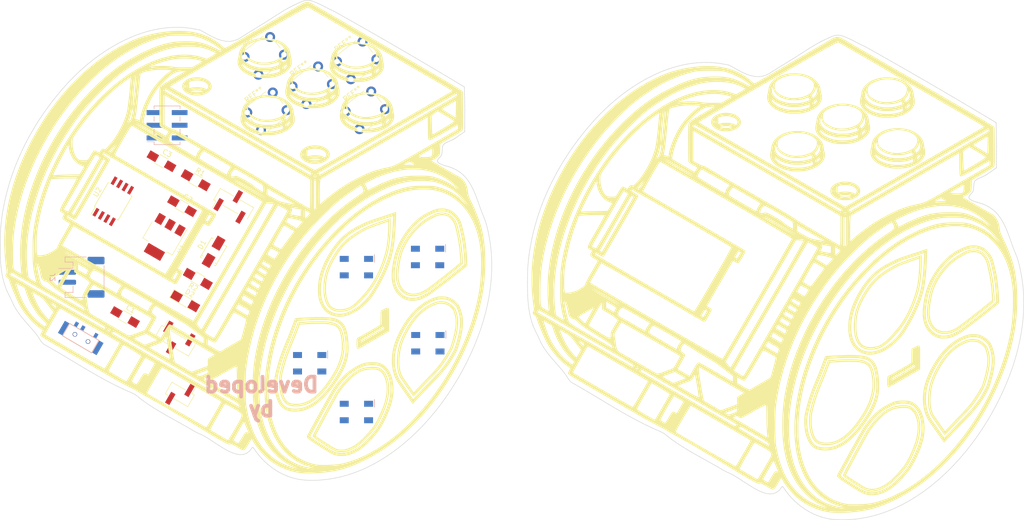
<source format=kicad_pcb>
(kicad_pcb (version 20171130) (host pcbnew 5.1.4-e60b266~84~ubuntu18.04.1)
  (layers (0 F.Cu signal) (31 B.Cu signal) (34 B.Paste user) (35 F.Paste user) (36 B.SilkS user) (37 F.SilkS user) (38 B.Mask user) (39 F.Mask user) (44 Edge.Cuts user))
  (net 0 "")
  (net 1 "Net-(C1-Pad1)")
  (net 2 GND)
  (net 3 +5V)
  (net 4 MISO-1-PWM)
  (net 5 VCC)
  (net 6 VBAT)
  (net 7 "Net-(D2-Pad2)")
  (net 8 RESET)
  (net 9 MOSI-0-PWM)
  (net 10 SCK-2-A1)
  (net 11 3-A3)
  (net 12 4-A2)
  (net 13 "Net-(S1-Pad3)")
  (net 14 "Net-(LED1-Pad2)")
  (net 15 "Net-(LED2-Pad2)")
  (net 16 "Net-(LED3-Pad2)")
  (net 17 "Net-(LED4-Pad2)")
  (net 18 "Net-(LED5-Pad2)")
  (module 002:escorni-badge-new_03_100mm (layer F.Cu) (at 130.21171 89.400572)
    (fp_text reference SilKs1 hide)
    (fp_text value Escorni_Art hide)
    (fp_line (start 11.08512 -47.521788) (end 11.00675 -47.48912) (layer Edge.Cuts) (width 0.1))
    (fp_line (start 11.00675 -47.48912) (end 10.639532 -47.325406) (layer Edge.Cuts) (width 0.1))
    (fp_line (start 10.639532 -47.325406) (end 10.377251 -47.20645) (layer Edge.Cuts) (width 0.1))
    (fp_line (start 10.377251 -47.20645) (end 10.102082 -47.080456) (layer Edge.Cuts) (width 0.1))
    (fp_line (start 10.102082 -47.080456) (end 9.833898 -46.956609) (layer Edge.Cuts) (width 0.1))
    (fp_line (start 9.833898 -46.956609) (end 9.592529 -46.844093) (layer Edge.Cuts) (width 0.1))
    (fp_line (start 9.592529 -46.844093) (end 9.397916 -46.752094) (layer Edge.Cuts) (width 0.1))
    (fp_line (start 9.397916 -46.752094) (end 9.270094 -46.689892) (layer Edge.Cuts) (width 0.1))
    (fp_line (start 9.270094 -46.689892) (end 9.156248 -46.633239) (layer Edge.Cuts) (width 0.1))
    (fp_line (start 9.156248 -46.633239) (end 9.042724 -46.575796) (layer Edge.Cuts) (width 0.1))
    (fp_line (start 9.042724 -46.575796) (end 8.929541 -46.51763) (layer Edge.Cuts) (width 0.1))
    (fp_line (start 8.929541 -46.51763) (end 8.81666 -46.458749) (layer Edge.Cuts) (width 0.1))
    (fp_line (start 8.81666 -46.458749) (end 8.704081 -46.399198) (layer Edge.Cuts) (width 0.1))
    (fp_line (start 8.704081 -46.399198) (end 8.591804 -46.338985) (layer Edge.Cuts) (width 0.1))
    (fp_line (start 8.591804 -46.338985) (end 8.479828 -46.278156) (layer Edge.Cuts) (width 0.1))
    (fp_line (start 8.479828 -46.278156) (end 8.256526 -46.155195) (layer Edge.Cuts) (width 0.1))
    (fp_line (start 8.256526 -46.155195) (end 7.813805 -45.901913) (layer Edge.Cuts) (width 0.1))
    (fp_line (start 7.813805 -45.901913) (end 7.374656 -45.641259) (layer Edge.Cuts) (width 0.1))
    (fp_line (start 7.374656 -45.641259) (end 6.938158 -45.374547) (layer Edge.Cuts) (width 0.1))
    (fp_line (start 6.938158 -45.374547) (end 6.505304 -45.104284) (layer Edge.Cuts) (width 0.1))
    (fp_line (start 6.505304 -45.104284) (end 6.075713 -44.832222) (layer Edge.Cuts) (width 0.1))
    (fp_line (start 6.075713 -44.832222) (end 5.677179 -44.577339) (layer Edge.Cuts) (width 0.1))
    (fp_line (start 5.677179 -44.577339) (end 5.335454 -44.356229) (layer Edge.Cuts) (width 0.1))
    (fp_line (start 5.335454 -44.356229) (end 4.993712 -44.134637) (layer Edge.Cuts) (width 0.1))
    (fp_line (start 4.993712 -44.134637) (end 4.651667 -43.91314) (layer Edge.Cuts) (width 0.1))
    (fp_line (start 4.651667 -43.91314) (end 4.309155 -43.692377) (layer Edge.Cuts) (width 0.1))
    (fp_line (start 4.309155 -43.692377) (end 3.965981 -43.472996) (layer Edge.Cuts) (width 0.1))
    (fp_line (start 3.965981 -43.472996) (end 3.679016 -43.291288) (layer Edge.Cuts) (width 0.1))
    (fp_line (start 3.679016 -43.291288) (end 3.512589 -43.187128) (layer Edge.Cuts) (width 0.1))
    (fp_line (start 3.512589 -43.187128) (end 3.35017 -43.087243) (layer Edge.Cuts) (width 0.1))
    (fp_line (start 3.35017 -43.087243) (end 3.188441 -42.989168) (layer Edge.Cuts) (width 0.1))
    (fp_line (start 3.188441 -42.989168) (end 3.024084 -42.890444) (layer Edge.Cuts) (width 0.1))
    (fp_line (start 3.024084 -42.890444) (end 2.85375 -42.788609) (layer Edge.Cuts) (width 0.1))
    (fp_line (start 2.85375 -42.788609) (end 2.613526 -42.645) (layer Edge.Cuts) (width 0.1))
    (fp_line (start 2.613526 -42.645) (end 2.177928 -42.370369) (layer Edge.Cuts) (width 0.1))
    (fp_line (start 2.177928 -42.370369) (end 1.652771 -42.039142) (layer Edge.Cuts) (width 0.1))
    (fp_line (start 1.652771 -42.039142) (end 1.117606 -41.715717) (layer Edge.Cuts) (width 0.1))
    (fp_line (start 1.117606 -41.715717) (end 0.596996 -41.401914) (layer Edge.Cuts) (width 0.1))
    (fp_line (start 0.596996 -41.401914) (end 0.16602 -41.127596) (layer Edge.Cuts) (width 0.1))
    (fp_line (start 0.16602 -41.127596) (end -0.171081 -40.916644) (layer Edge.Cuts) (width 0.1))
    (fp_line (start -0.171081 -40.916644) (end -0.504774 -40.713493) (layer Edge.Cuts) (width 0.1))
    (fp_line (start -0.504774 -40.713493) (end -0.810261 -40.519885) (layer Edge.Cuts) (width 0.1))
    (fp_line (start -0.810261 -40.519885) (end -1.193505 -40.257885) (layer Edge.Cuts) (width 0.1))
    (fp_line (start -1.193505 -40.257885) (end -1.8642 -39.909749) (layer Edge.Cuts) (width 0.1))
    (fp_line (start -1.8642 -39.909749) (end -2.573539 -39.665471) (layer Edge.Cuts) (width 0.1))
    (fp_line (start -2.573539 -39.665471) (end -3.314806 -39.545829) (layer Edge.Cuts) (width 0.1))
    (fp_line (start -3.314806 -39.545829) (end -4.1191 -39.572799) (layer Edge.Cuts) (width 0.1))
    (fp_line (start -4.1191 -39.572799) (end -4.982168 -39.739452) (layer Edge.Cuts) (width 0.1))
    (fp_line (start -4.982168 -39.739452) (end -5.815567 -40.013845) (layer Edge.Cuts) (width 0.1))
    (fp_line (start -5.815567 -40.013845) (end -6.621751 -40.367107) (layer Edge.Cuts) (width 0.1))
    (fp_line (start -6.621751 -40.367107) (end -7.408116 -40.773265) (layer Edge.Cuts) (width 0.1))
    (fp_line (start -7.408116 -40.773265) (end -8.178816 -41.205467) (layer Edge.Cuts) (width 0.1))
    (fp_line (start -8.178816 -41.205467) (end -9.34931 -41.846029) (layer Edge.Cuts) (width 0.1))
    (fp_line (start -9.34931 -41.846029) (end -10.325928 -42.021958) (layer Edge.Cuts) (width 0.1))
    (fp_line (start -10.325928 -42.021958) (end -10.979716 -42.144495) (layer Edge.Cuts) (width 0.1))
    (fp_line (start -10.979716 -42.144495) (end -11.927154 -42.268681) (layer Edge.Cuts) (width 0.1))
    (fp_line (start -11.927154 -42.268681) (end -12.878529 -42.3442) (layer Edge.Cuts) (width 0.1))
    (fp_line (start -12.878529 -42.3442) (end -13.833436 -42.372448) (layer Edge.Cuts) (width 0.1))
    (fp_line (start -13.833436 -42.372448) (end -14.788229 -42.354808) (layer Edge.Cuts) (width 0.1))
    (fp_line (start -14.788229 -42.354808) (end -15.74143 -42.292813) (layer Edge.Cuts) (width 0.1))
    (fp_line (start -15.74143 -42.292813) (end -16.691028 -42.188124) (layer Edge.Cuts) (width 0.1))
    (fp_line (start -16.691028 -42.188124) (end -17.635083 -42.042506) (layer Edge.Cuts) (width 0.1))
    (fp_line (start -17.635083 -42.042506) (end -18.572562 -41.857523) (layer Edge.Cuts) (width 0.1))
    (fp_line (start -18.572562 -41.857523) (end -19.501559 -41.634931) (layer Edge.Cuts) (width 0.1))
    (fp_line (start -19.501559 -41.634931) (end -20.421473 -41.376128) (layer Edge.Cuts) (width 0.1))
    (fp_line (start -20.421473 -41.376128) (end -21.330842 -41.082679) (layer Edge.Cuts) (width 0.1))
    (fp_line (start -21.330842 -41.082679) (end -22.22883 -40.7559) (layer Edge.Cuts) (width 0.1))
    (fp_line (start -22.22883 -40.7559) (end -23.114617 -40.396967) (layer Edge.Cuts) (width 0.1))
    (fp_line (start -23.114617 -40.396967) (end -24.00987 -39.996888) (layer Edge.Cuts) (width 0.1))
    (fp_line (start -24.00987 -39.996888) (end -24.939307 -39.545248) (layer Edge.Cuts) (width 0.1))
    (fp_line (start -24.939307 -39.545248) (end -25.853925 -39.064991) (layer Edge.Cuts) (width 0.1))
    (fp_line (start -25.853925 -39.064991) (end -26.753743 -38.556988) (layer Edge.Cuts) (width 0.1))
    (fp_line (start -26.753743 -38.556988) (end -27.638028 -38.022553) (layer Edge.Cuts) (width 0.1))
    (fp_line (start -27.638028 -38.022553) (end -28.506542 -37.462748) (layer Edge.Cuts) (width 0.1))
    (fp_line (start -28.506542 -37.462748) (end -29.358994 -36.87868) (layer Edge.Cuts) (width 0.1))
    (fp_line (start -29.358994 -36.87868) (end -30.195051 -36.271506) (layer Edge.Cuts) (width 0.1))
    (fp_line (start -30.195051 -36.271506) (end -31.014703 -35.642138) (layer Edge.Cuts) (width 0.1))
    (fp_line (start -31.014703 -35.642138) (end -31.817661 -34.9917) (layer Edge.Cuts) (width 0.1))
    (fp_line (start -31.817661 -34.9917) (end -32.603949 -34.321049) (layer Edge.Cuts) (width 0.1))
    (fp_line (start -32.603949 -34.321049) (end -33.373396 -33.631184) (layer Edge.Cuts) (width 0.1))
    (fp_line (start -33.373396 -33.631184) (end -34.125959 -32.922978) (layer Edge.Cuts) (width 0.1))
    (fp_line (start -34.125959 -32.922978) (end -34.861648 -32.197208) (layer Edge.Cuts) (width 0.1))
    (fp_line (start -34.861648 -32.197208) (end -35.565825 -31.465848) (layer Edge.Cuts) (width 0.1))
    (fp_line (start -35.565825 -31.465848) (end -36.229209 -30.74289) (layer Edge.Cuts) (width 0.1))
    (fp_line (start -36.229209 -30.74289) (end -36.88012 -30.008408) (layer Edge.Cuts) (width 0.1))
    (fp_line (start -36.88012 -30.008408) (end -37.518042 -29.262894) (layer Edge.Cuts) (width 0.1))
    (fp_line (start -37.518042 -29.262894) (end -38.142961 -28.506255) (layer Edge.Cuts) (width 0.1))
    (fp_line (start -38.142961 -28.506255) (end -38.754445 -27.738889) (layer Edge.Cuts) (width 0.1))
    (fp_line (start -38.754445 -27.738889) (end -39.352377 -26.960789) (layer Edge.Cuts) (width 0.1))
    (fp_line (start -39.352377 -26.960789) (end -39.936387 -26.172268) (layer Edge.Cuts) (width 0.1))
    (fp_line (start -39.936387 -26.172268) (end -40.506262 -25.373431) (layer Edge.Cuts) (width 0.1))
    (fp_line (start -40.506262 -25.373431) (end -41.061665 -24.564531) (layer Edge.Cuts) (width 0.1))
    (fp_line (start -41.061665 -24.564531) (end -41.602336 -23.745719) (layer Edge.Cuts) (width 0.1))
    (fp_line (start -41.602336 -23.745719) (end -42.127975 -22.917189) (layer Edge.Cuts) (width 0.1))
    (fp_line (start -42.127975 -22.917189) (end -42.638284 -22.079136) (layer Edge.Cuts) (width 0.1))
    (fp_line (start -42.638284 -22.079136) (end -43.132998 -21.231678) (layer Edge.Cuts) (width 0.1))
    (fp_line (start -43.132998 -21.231678) (end -43.611724 -20.375162) (layer Edge.Cuts) (width 0.1))
    (fp_line (start -43.611724 -20.375162) (end -44.074185 -19.509712) (layer Edge.Cuts) (width 0.1))
    (fp_line (start -44.074185 -19.509712) (end -44.520019 -18.635632) (layer Edge.Cuts) (width 0.1))
    (fp_line (start -44.520019 -18.635632) (end -44.948951 -17.753035) (layer Edge.Cuts) (width 0.1))
    (fp_line (start -44.948951 -17.753035) (end -45.360562 -16.862341) (layer Edge.Cuts) (width 0.1))
    (fp_line (start -45.360562 -16.862341) (end -45.75455 -15.963725) (layer Edge.Cuts) (width 0.1))
    (fp_line (start -45.75455 -15.963725) (end -46.130565 -15.057496) (layer Edge.Cuts) (width 0.1))
    (fp_line (start -46.130565 -15.057496) (end -46.488293 -14.143852) (layer Edge.Cuts) (width 0.1))
    (fp_line (start -46.488293 -14.143852) (end -46.827375 -13.223141) (layer Edge.Cuts) (width 0.1))
    (fp_line (start -46.827375 -13.223141) (end -47.147467 -12.295663) (layer Edge.Cuts) (width 0.1))
    (fp_line (start -47.147467 -12.295663) (end -47.448248 -11.361687) (layer Edge.Cuts) (width 0.1))
    (fp_line (start -47.448248 -11.361687) (end -47.729369 -10.421611) (layer Edge.Cuts) (width 0.1))
    (fp_line (start -47.729369 -10.421611) (end -47.990514 -9.475724) (layer Edge.Cuts) (width 0.1))
    (fp_line (start -47.990514 -9.475724) (end -48.231298 -8.524652) (layer Edge.Cuts) (width 0.1))
    (fp_line (start -48.231298 -8.524652) (end -48.443539 -7.595121) (layer Edge.Cuts) (width 0.1))
    (fp_line (start -48.443539 -7.595121) (end -48.624563 -6.715978) (layer Edge.Cuts) (width 0.1))
    (fp_line (start -48.624563 -6.715978) (end -48.789941 -5.833455) (layer Edge.Cuts) (width 0.1))
    (fp_line (start -48.789941 -5.833455) (end -48.937847 -4.948018) (layer Edge.Cuts) (width 0.1))
    (fp_line (start -48.937847 -4.948018) (end -49.066519 -4.05959) (layer Edge.Cuts) (width 0.1))
    (fp_line (start -49.066519 -4.05959) (end -49.174136 -3.168384) (layer Edge.Cuts) (width 0.1))
    (fp_line (start -49.174136 -3.168384) (end -49.258852 -2.274878) (layer Edge.Cuts) (width 0.1))
    (fp_line (start -49.258852 -2.274878) (end -49.318831 -1.379325) (layer Edge.Cuts) (width 0.1))
    (fp_line (start -49.318831 -1.379325) (end -49.344823 -0.48987) (layer Edge.Cuts) (width 0.1))
    (fp_line (start -49.344823 -0.48987) (end -49.354373 0.387949) (layer Edge.Cuts) (width 0.1))
    (fp_line (start -49.354373 0.387949) (end -49.362593 1.267341) (layer Edge.Cuts) (width 0.1))
    (fp_line (start -49.362593 1.267341) (end -49.364309 2.145583) (layer Edge.Cuts) (width 0.1))
    (fp_line (start -49.364309 2.145583) (end -49.354683 3.024345) (layer Edge.Cuts) (width 0.1))
    (fp_line (start -49.354683 3.024345) (end -49.328334 3.902484) (layer Edge.Cuts) (width 0.1))
    (fp_line (start -49.328334 3.902484) (end -49.280314 4.77935) (layer Edge.Cuts) (width 0.1))
    (fp_line (start -49.280314 4.77935) (end -49.205349 5.654555) (layer Edge.Cuts) (width 0.1))
    (fp_line (start -49.205349 5.654555) (end -49.098324 6.525553) (layer Edge.Cuts) (width 0.1))
    (fp_line (start -49.098324 6.525553) (end -48.953933 7.3916) (layer Edge.Cuts) (width 0.1))
    (fp_line (start -48.953933 7.3916) (end -48.767487 8.248723) (layer Edge.Cuts) (width 0.1))
    (fp_line (start -48.767487 8.248723) (end -48.534635 9.094175) (layer Edge.Cuts) (width 0.1))
    (fp_line (start -48.534635 9.094175) (end -48.275503 9.864721) (layer Edge.Cuts) (width 0.1))
    (fp_line (start -48.275503 9.864721) (end -48.022425 10.488967) (layer Edge.Cuts) (width 0.1))
    (fp_line (start -48.022425 10.488967) (end -47.735428 11.098771) (layer Edge.Cuts) (width 0.1))
    (fp_line (start -47.735428 11.098771) (end -47.424838 11.697183) (layer Edge.Cuts) (width 0.1))
    (fp_line (start -47.424838 11.697183) (end -47.099382 12.410153) (layer Edge.Cuts) (width 0.1))
    (fp_line (start -47.099382 12.410153) (end -46.687246 13.322122) (layer Edge.Cuts) (width 0.1))
    (fp_line (start -46.687246 13.322122) (end -46.191956 14.186742) (layer Edge.Cuts) (width 0.1))
    (fp_line (start -46.191956 14.186742) (end -45.629076 15.013423) (layer Edge.Cuts) (width 0.1))
    (fp_line (start -45.629076 15.013423) (end -45.017578 15.807325) (layer Edge.Cuts) (width 0.1))
    (fp_line (start -45.017578 15.807325) (end -44.375651 16.575804) (layer Edge.Cuts) (width 0.1))
    (fp_line (start -44.375651 16.575804) (end -43.71616 17.331906) (layer Edge.Cuts) (width 0.1))
    (fp_line (start -43.71616 17.331906) (end -43.054424 18.085424) (layer Edge.Cuts) (width 0.1))
    (fp_line (start -43.054424 18.085424) (end -42.464835 18.77363) (layer Edge.Cuts) (width 0.1))
    (fp_line (start -42.464835 18.77363) (end -42.013809 19.345699) (layer Edge.Cuts) (width 0.1))
    (fp_line (start -42.013809 19.345699) (end -41.594596 19.941901) (layer Edge.Cuts) (width 0.1))
    (fp_line (start -41.594596 19.941901) (end -41.212301 20.562121) (layer Edge.Cuts) (width 0.1))
    (fp_line (start -41.212301 20.562121) (end -40.701913 21.144125) (layer Edge.Cuts) (width 0.1))
    (fp_line (start -40.701913 21.144125) (end -39.86104 21.615583) (layer Edge.Cuts) (width 0.1))
    (fp_line (start -39.86104 21.615583) (end -39.024176 22.094436) (layer Edge.Cuts) (width 0.1))
    (fp_line (start -39.024176 22.094436) (end -38.190884 22.579288) (layer Edge.Cuts) (width 0.1))
    (fp_line (start -38.190884 22.579288) (end -37.360264 23.069011) (layer Edge.Cuts) (width 0.1))
    (fp_line (start -37.360264 23.069011) (end -36.53185 23.562227) (layer Edge.Cuts) (width 0.1))
    (fp_line (start -36.53185 23.562227) (end -35.70473 24.057833) (layer Edge.Cuts) (width 0.1))
    (fp_line (start -35.70473 24.057833) (end -34.87835 24.55454) (layer Edge.Cuts) (width 0.1))
    (fp_line (start -34.87835 24.55454) (end -34.051874 25.051152) (layer Edge.Cuts) (width 0.1))
    (fp_line (start -34.051874 25.051152) (end -33.224649 25.546468) (layer Edge.Cuts) (width 0.1))
    (fp_line (start -33.224649 25.546468) (end -32.395948 26.039236) (layer Edge.Cuts) (width 0.1))
    (fp_line (start -32.395948 26.039236) (end -31.565028 26.528285) (layer Edge.Cuts) (width 0.1))
    (fp_line (start -31.565028 26.528285) (end -30.731258 27.012322) (layer Edge.Cuts) (width 0.1))
    (fp_line (start -30.731258 27.012322) (end -29.89381 27.490198) (layer Edge.Cuts) (width 0.1))
    (fp_line (start -29.89381 27.490198) (end -29.052242 27.960508) (layer Edge.Cuts) (width 0.1))
    (fp_line (start -29.052242 27.960508) (end -28.205743 28.422091) (layer Edge.Cuts) (width 0.1))
    (fp_line (start -28.205743 28.422091) (end -27.353941 28.873513) (layer Edge.Cuts) (width 0.1))
    (fp_line (start -27.353941 28.873513) (end -26.496137 29.313515) (layer Edge.Cuts) (width 0.1))
    (fp_line (start -26.496137 29.313515) (end -25.631985 29.740718) (layer Edge.Cuts) (width 0.1))
    (fp_line (start -25.631985 29.740718) (end -24.761048 30.153751) (layer Edge.Cuts) (width 0.1))
    (fp_line (start -24.761048 30.153751) (end -23.882838 30.551316) (layer Edge.Cuts) (width 0.1))
    (fp_line (start -23.882838 30.551316) (end -22.997316 30.931919) (layer Edge.Cuts) (width 0.1))
    (fp_line (start -22.997316 30.931919) (end -22.168949 31.375504) (layer Edge.Cuts) (width 0.1))
    (fp_line (start -22.168949 31.375504) (end -21.455806 31.954019) (layer Edge.Cuts) (width 0.1))
    (fp_line (start -21.455806 31.954019) (end -20.724707 32.507748) (layer Edge.Cuts) (width 0.1))
    (fp_line (start -20.724707 32.507748) (end -19.976561 33.039855) (layer Edge.Cuts) (width 0.1))
    (fp_line (start -19.976561 33.039855) (end -19.214847 33.551782) (layer Edge.Cuts) (width 0.1))
    (fp_line (start -19.214847 33.551782) (end -18.441426 34.046233) (layer Edge.Cuts) (width 0.1))
    (fp_line (start -18.441426 34.046233) (end -17.658477 34.525704) (layer Edge.Cuts) (width 0.1))
    (fp_line (start -17.658477 34.525704) (end -16.868219 34.992732) (layer Edge.Cuts) (width 0.1))
    (fp_line (start -16.868219 34.992732) (end -16.072075 35.450248) (layer Edge.Cuts) (width 0.1))
    (fp_line (start -16.072075 35.450248) (end -15.272188 35.900817) (layer Edge.Cuts) (width 0.1))
    (fp_line (start -15.272188 35.900817) (end -14.469847 36.347439) (layer Edge.Cuts) (width 0.1))
    (fp_line (start -14.469847 36.347439) (end -13.666937 36.792768) (layer Edge.Cuts) (width 0.1))
    (fp_line (start -13.666937 36.792768) (end -12.864899 37.2397) (layer Edge.Cuts) (width 0.1))
    (fp_line (start -12.864899 37.2397) (end -12.065287 37.69112) (layer Edge.Cuts) (width 0.1))
    (fp_line (start -12.065287 37.69112) (end -11.269977 38.149658) (layer Edge.Cuts) (width 0.1))
    (fp_line (start -11.269977 38.149658) (end -10.480306 38.6184) (layer Edge.Cuts) (width 0.1))
    (fp_line (start -10.480306 38.6184) (end -9.699546 39.024773) (layer Edge.Cuts) (width 0.1))
    (fp_line (start -9.699546 39.024773) (end -8.951697 39.350844) (layer Edge.Cuts) (width 0.1))
    (fp_line (start -8.951697 39.350844) (end -8.233603 39.737867) (layer Edge.Cuts) (width 0.1))
    (fp_line (start -8.233603 39.737867) (end -7.537679 40.165104) (layer Edge.Cuts) (width 0.1))
    (fp_line (start -7.537679 40.165104) (end -6.853074 40.614274) (layer Edge.Cuts) (width 0.1))
    (fp_line (start -6.853074 40.614274) (end -6.171187 41.06597) (layer Edge.Cuts) (width 0.1))
    (fp_line (start -6.171187 41.06597) (end -5.494696 41.493873) (layer Edge.Cuts) (width 0.1))
    (fp_line (start -5.494696 41.493873) (end -4.83153 41.909764) (layer Edge.Cuts) (width 0.1))
    (fp_line (start -4.83153 41.909764) (end -4.156111 42.312212) (layer Edge.Cuts) (width 0.1))
    (fp_line (start -4.156111 42.312212) (end -3.463608 42.679017) (layer Edge.Cuts) (width 0.1))
    (fp_line (start -3.463608 42.679017) (end -2.747648 42.988827) (layer Edge.Cuts) (width 0.1))
    (fp_line (start -2.747648 42.988827) (end -2.002349 43.219575) (layer Edge.Cuts) (width 0.1))
    (fp_line (start -2.002349 43.219575) (end -1.25138 43.348067) (layer Edge.Cuts) (width 0.1))
    (fp_line (start -1.25138 43.348067) (end -0.553717 43.281507) (layer Edge.Cuts) (width 0.1))
    (fp_line (start -0.553717 43.281507) (end 0.096194 43.025199) (layer Edge.Cuts) (width 0.1))
    (fp_line (start 0.096194 43.025199) (end 0.652289 42.600519) (layer Edge.Cuts) (width 0.1))
    (fp_line (start 0.652289 42.600519) (end 0.999822 42.145876) (layer Edge.Cuts) (width 0.1))
    (fp_line (start 0.999822 42.145876) (end 1.163761 41.871777) (layer Edge.Cuts) (width 0.1))
    (fp_line (start 1.163761 41.871777) (end 1.414805 41.958393) (layer Edge.Cuts) (width 0.1))
    (fp_line (start 1.414805 41.958393) (end 1.914531 42.70044) (layer Edge.Cuts) (width 0.1))
    (fp_line (start 1.914531 42.70044) (end 2.45988 43.41053) (layer Edge.Cuts) (width 0.1))
    (fp_line (start 2.45988 43.41053) (end 3.047609 44.085303) (layer Edge.Cuts) (width 0.1))
    (fp_line (start 3.047609 44.085303) (end 3.675925 44.723009) (layer Edge.Cuts) (width 0.1))
    (fp_line (start 3.675925 44.723009) (end 4.342039 45.320681) (layer Edge.Cuts) (width 0.1))
    (fp_line (start 4.342039 45.320681) (end 5.043922 45.875966) (layer Edge.Cuts) (width 0.1))
    (fp_line (start 5.043922 45.875966) (end 5.779387 46.386141) (layer Edge.Cuts) (width 0.1))
    (fp_line (start 5.779387 46.386141) (end 6.545641 46.848029) (layer Edge.Cuts) (width 0.1))
    (fp_line (start 6.545641 46.848029) (end 7.340635 47.258881) (layer Edge.Cuts) (width 0.1))
    (fp_line (start 7.340635 47.258881) (end 8.160951 47.615267) (layer Edge.Cuts) (width 0.1))
    (fp_line (start 8.160951 47.615267) (end 9.004126 47.914301) (layer Edge.Cuts) (width 0.1))
    (fp_line (start 9.004126 47.914301) (end 9.866052 48.152641) (layer Edge.Cuts) (width 0.1))
    (fp_line (start 9.866052 48.152641) (end 10.742785 48.327458) (layer Edge.Cuts) (width 0.1))
    (fp_line (start 10.742785 48.327458) (end 11.680365 48.433199) (layer Edge.Cuts) (width 0.1))
    (fp_line (start 11.680365 48.433199) (end 12.713286 48.479899) (layer Edge.Cuts) (width 0.1))
    (fp_line (start 12.713286 48.479899) (end 13.746445 48.478909) (layer Edge.Cuts) (width 0.1))
    (fp_line (start 13.746445 48.478909) (end 14.779147 48.430809) (layer Edge.Cuts) (width 0.1))
    (fp_line (start 14.779147 48.430809) (end 15.808455 48.337029) (layer Edge.Cuts) (width 0.1))
    (fp_line (start 15.808455 48.337029) (end 16.832956 48.199132) (layer Edge.Cuts) (width 0.1))
    (fp_line (start 16.832956 48.199132) (end 17.850827 48.018306) (layer Edge.Cuts) (width 0.1))
    (fp_line (start 17.850827 48.018306) (end 18.860336 47.795904) (layer Edge.Cuts) (width 0.1))
    (fp_line (start 18.860336 47.795904) (end 19.860385 47.533208) (layer Edge.Cuts) (width 0.1))
    (fp_line (start 19.860385 47.533208) (end 20.849287 47.23159) (layer Edge.Cuts) (width 0.1))
    (fp_line (start 20.849287 47.23159) (end 21.826076 46.892203) (layer Edge.Cuts) (width 0.1))
    (fp_line (start 21.826076 46.892203) (end 22.78928 46.51637) (layer Edge.Cuts) (width 0.1))
    (fp_line (start 22.78928 46.51637) (end 23.737971 46.105126) (layer Edge.Cuts) (width 0.1))
    (fp_line (start 23.737971 46.105126) (end 24.671134 45.659446) (layer Edge.Cuts) (width 0.1))
    (fp_line (start 24.671134 45.659446) (end 25.586663 45.181407) (layer Edge.Cuts) (width 0.1))
    (fp_line (start 25.586663 45.181407) (end 26.485821 44.676386) (layer Edge.Cuts) (width 0.1))
    (fp_line (start 26.485821 44.676386) (end 27.368976 44.144978) (layer Edge.Cuts) (width 0.1))
    (fp_line (start 27.368976 44.144978) (end 28.236629 43.587734) (layer Edge.Cuts) (width 0.1))
    (fp_line (start 28.236629 43.587734) (end 29.087861 43.006141) (layer Edge.Cuts) (width 0.1))
    (fp_line (start 29.087861 43.006141) (end 29.92279 42.401064) (layer Edge.Cuts) (width 0.1))
    (fp_line (start 29.92279 42.401064) (end 30.741078 41.773711) (layer Edge.Cuts) (width 0.1))
    (fp_line (start 30.741078 41.773711) (end 31.542631 41.125137) (layer Edge.Cuts) (width 0.1))
    (fp_line (start 31.542631 41.125137) (end 32.327501 40.456298) (layer Edge.Cuts) (width 0.1))
    (fp_line (start 32.327501 40.456298) (end 33.095531 39.768334) (layer Edge.Cuts) (width 0.1))
    (fp_line (start 33.095531 39.768334) (end 33.846956 39.062031) (layer Edge.Cuts) (width 0.1))
    (fp_line (start 33.846956 39.062031) (end 34.581637 38.338528) (layer Edge.Cuts) (width 0.1))
    (fp_line (start 34.581637 38.338528) (end 35.299899 37.598496) (layer Edge.Cuts) (width 0.1))
    (fp_line (start 35.299899 37.598496) (end 36.001718 36.842924) (layer Edge.Cuts) (width 0.1))
    (fp_line (start 36.001718 36.842924) (end 36.687329 36.072531) (layer Edge.Cuts) (width 0.1))
    (fp_line (start 36.687329 36.072531) (end 37.356872 35.288091) (layer Edge.Cuts) (width 0.1))
    (fp_line (start 37.356872 35.288091) (end 38.010451 34.490418) (layer Edge.Cuts) (width 0.1))
    (fp_line (start 38.010451 34.490418) (end 38.648402 33.679973) (layer Edge.Cuts) (width 0.1))
    (fp_line (start 38.648402 33.679973) (end 39.264103 32.86298) (layer Edge.Cuts) (width 0.1))
    (fp_line (start 39.264103 32.86298) (end 39.853293 32.044066) (layer Edge.Cuts) (width 0.1))
    (fp_line (start 39.853293 32.044066) (end 40.427779 31.214743) (layer Edge.Cuts) (width 0.1))
    (fp_line (start 40.427779 31.214743) (end 40.98732 30.375355) (layer Edge.Cuts) (width 0.1))
    (fp_line (start 40.98732 30.375355) (end 41.531779 29.526058) (layer Edge.Cuts) (width 0.1))
    (fp_line (start 41.531779 29.526058) (end 42.060913 28.667149) (layer Edge.Cuts) (width 0.1))
    (fp_line (start 42.060913 28.667149) (end 42.574521 27.798854) (layer Edge.Cuts) (width 0.1))
    (fp_line (start 42.574521 27.798854) (end 43.072372 26.921445) (layer Edge.Cuts) (width 0.1))
    (fp_line (start 43.072372 26.921445) (end 43.554274 26.035183) (layer Edge.Cuts) (width 0.1))
    (fp_line (start 43.554274 26.035183) (end 44.019977 25.140347) (layer Edge.Cuts) (width 0.1))
    (fp_line (start 44.019977 25.140347) (end 44.469284 24.237164) (layer Edge.Cuts) (width 0.1))
    (fp_line (start 44.469284 24.237164) (end 44.901993 23.325875) (layer Edge.Cuts) (width 0.1))
    (fp_line (start 44.901993 23.325875) (end 45.317832 22.406785) (layer Edge.Cuts) (width 0.1))
    (fp_line (start 45.317832 22.406785) (end 45.716619 21.480133) (layer Edge.Cuts) (width 0.1))
    (fp_line (start 45.716619 21.480133) (end 46.09811 20.546246) (layer Edge.Cuts) (width 0.1))
    (fp_line (start 46.09811 20.546246) (end 46.462055 19.605392) (layer Edge.Cuts) (width 0.1))
    (fp_line (start 46.462055 19.605392) (end 46.801058 18.675579) (layer Edge.Cuts) (width 0.1))
    (fp_line (start 46.801058 18.675579) (end 47.108184 17.773748) (layer Edge.Cuts) (width 0.1))
    (fp_line (start 47.108184 17.773748) (end 47.396974 16.865347) (layer Edge.Cuts) (width 0.1))
    (fp_line (start 47.396974 16.865347) (end 47.666668 15.951556) (layer Edge.Cuts) (width 0.1))
    (fp_line (start 47.666668 15.951556) (end 47.916897 15.031929) (layer Edge.Cuts) (width 0.1))
    (fp_line (start 47.916897 15.031929) (end 48.146968 14.10725) (layer Edge.Cuts) (width 0.1))
    (fp_line (start 48.146968 14.10725) (end 48.356357 13.177576) (layer Edge.Cuts) (width 0.1))
    (fp_line (start 48.356357 13.177576) (end 48.544409 12.243439) (layer Edge.Cuts) (width 0.1))
    (fp_line (start 48.544409 12.243439) (end 48.710502 11.305173) (layer Edge.Cuts) (width 0.1))
    (fp_line (start 48.710502 11.305173) (end 48.853972 10.363105) (layer Edge.Cuts) (width 0.1))
    (fp_line (start 48.853972 10.363105) (end 48.974085 9.41792) (layer Edge.Cuts) (width 0.1))
    (fp_line (start 48.974085 9.41792) (end 49.070238 8.469874) (layer Edge.Cuts) (width 0.1))
    (fp_line (start 49.070238 8.469874) (end 49.141628 7.519844) (layer Edge.Cuts) (width 0.1))
    (fp_line (start 49.141628 7.519844) (end 49.187628 6.568149) (layer Edge.Cuts) (width 0.1))
    (fp_line (start 49.187628 6.568149) (end 49.207388 5.61568) (layer Edge.Cuts) (width 0.1))
    (fp_line (start 49.207388 5.61568) (end 49.200588 4.66289) (layer Edge.Cuts) (width 0.1))
    (fp_line (start 49.200588 4.66289) (end 49.166258 3.710775) (layer Edge.Cuts) (width 0.1))
    (fp_line (start 49.166258 3.710775) (end 49.103958 2.760148) (layer Edge.Cuts) (width 0.1))
    (fp_line (start 49.103958 2.760148) (end 49.012948 1.811765) (layer Edge.Cuts) (width 0.1))
    (fp_line (start 49.012948 1.811765) (end 48.892772 0.866927) (layer Edge.Cuts) (width 0.1))
    (fp_line (start 48.892772 0.866927) (end 48.752902 -0.002148) (layer Edge.Cuts) (width 0.1))
    (fp_line (start 48.752902 -0.002148) (end 48.618907 -0.723797) (layer Edge.Cuts) (width 0.1))
    (fp_line (start 48.618907 -0.723797) (end 48.470469 -1.443061) (layer Edge.Cuts) (width 0.1))
    (fp_line (start 48.470469 -1.443061) (end 48.304179 -2.15804) (layer Edge.Cuts) (width 0.1))
    (fp_line (start 48.304179 -2.15804) (end 48.116488 -2.867492) (layer Edge.Cuts) (width 0.1))
    (fp_line (start 48.116488 -2.867492) (end 47.903874 -3.569912) (layer Edge.Cuts) (width 0.1))
    (fp_line (start 47.903874 -3.569912) (end 47.626024 -4.291712) (layer Edge.Cuts) (width 0.1))
    (fp_line (start 47.626024 -4.291712) (end 47.298042 -5.084255) (layer Edge.Cuts) (width 0.1))
    (fp_line (start 47.298042 -5.084255) (end 46.994989 -5.888158) (layer Edge.Cuts) (width 0.1))
    (fp_line (start 46.994989 -5.888158) (end 46.706063 -6.696435) (layer Edge.Cuts) (width 0.1))
    (fp_line (start 46.706063 -6.696435) (end 46.419204 -7.506289) (layer Edge.Cuts) (width 0.1))
    (fp_line (start 46.419204 -7.506289) (end 46.123224 -8.312376) (layer Edge.Cuts) (width 0.1))
    (fp_line (start 46.123224 -8.312376) (end 45.80677 -9.109787) (layer Edge.Cuts) (width 0.1))
    (fp_line (start 45.80677 -9.109787) (end 45.458066 -9.893992) (layer Edge.Cuts) (width 0.1))
    (fp_line (start 45.458066 -9.893992) (end 45.067387 -10.6558) (layer Edge.Cuts) (width 0.1))
    (fp_line (start 45.067387 -10.6558) (end 44.624508 -11.388633) (layer Edge.Cuts) (width 0.1))
    (fp_line (start 44.624508 -11.388633) (end 44.122208 -12.08597) (layer Edge.Cuts) (width 0.1))
    (fp_line (start 44.122208 -12.08597) (end 43.549338 -12.708839) (layer Edge.Cuts) (width 0.1))
    (fp_line (start 43.549338 -12.708839) (end 42.90433 -13.254533) (layer Edge.Cuts) (width 0.1))
    (fp_line (start 42.90433 -13.254533) (end 42.197776 -13.719995) (layer Edge.Cuts) (width 0.1))
    (fp_line (start 42.197776 -13.719995) (end 41.632366 -14.009667) (layer Edge.Cuts) (width 0.1))
    (fp_line (start 41.632366 -14.009667) (end 41.439672 -14.096847) (layer Edge.Cuts) (width 0.1))
    (fp_line (start 41.439672 -14.096847) (end 41.244554 -14.178597) (layer Edge.Cuts) (width 0.1))
    (fp_line (start 41.244554 -14.178597) (end 41.047194 -14.254857) (layer Edge.Cuts) (width 0.1))
    (fp_line (start 41.047194 -14.254857) (end 40.847752 -14.325607) (layer Edge.Cuts) (width 0.1))
    (fp_line (start 40.847752 -14.325607) (end 40.646429 -14.390787) (layer Edge.Cuts) (width 0.1))
    (fp_line (start 40.646429 -14.390787) (end 40.443401 -14.450297) (layer Edge.Cuts) (width 0.1))
    (fp_line (start 40.443401 -14.450297) (end 40.238829 -14.504257) (layer Edge.Cuts) (width 0.1))
    (fp_line (start 40.238829 -14.504257) (end 40.04567 -14.557037) (layer Edge.Cuts) (width 0.1))
    (fp_line (start 40.04567 -14.557037) (end 39.830087 -14.627227) (layer Edge.Cuts) (width 0.1))
    (fp_line (start 39.830087 -14.627227) (end 39.574942 -14.709307) (layer Edge.Cuts) (width 0.1))
    (fp_line (start 39.574942 -14.709307) (end 39.299261 -14.804487) (layer Edge.Cuts) (width 0.1))
    (fp_line (start 39.299261 -14.804487) (end 39.022103 -14.913902) (layer Edge.Cuts) (width 0.1))
    (fp_line (start 39.022103 -14.913902) (end 38.762464 -15.038809) (layer Edge.Cuts) (width 0.1))
    (fp_line (start 38.762464 -15.038809) (end 38.53943 -15.180386) (layer Edge.Cuts) (width 0.1))
    (fp_line (start 38.53943 -15.180386) (end 38.372002 -15.339829) (layer Edge.Cuts) (width 0.1))
    (fp_line (start 38.372002 -15.339829) (end 38.2991 -15.522285) (layer Edge.Cuts) (width 0.1))
    (fp_line (start 38.2991 -15.522285) (end 38.33668 -15.708815) (layer Edge.Cuts) (width 0.1))
    (fp_line (start 38.33668 -15.708815) (end 38.42653 -15.887481) (layer Edge.Cuts) (width 0.1))
    (fp_line (start 38.42653 -15.887481) (end 38.55238 -16.059057) (layer Edge.Cuts) (width 0.1))
    (fp_line (start 38.55238 -16.059057) (end 38.69812 -16.224306) (layer Edge.Cuts) (width 0.1))
    (fp_line (start 38.69812 -16.224306) (end 38.847599 -16.384064) (layer Edge.Cuts) (width 0.1))
    (fp_line (start 38.847599 -16.384064) (end 38.98469 -16.539034) (layer Edge.Cuts) (width 0.1))
    (fp_line (start 38.98469 -16.539034) (end 39.093234 -16.690041) (layer Edge.Cuts) (width 0.1))
    (fp_line (start 39.093234 -16.690041) (end 39.167124 -16.865068) (layer Edge.Cuts) (width 0.1))
    (fp_line (start 39.167124 -16.865068) (end 39.221944 -17.126996) (layer Edge.Cuts) (width 0.1))
    (fp_line (start 39.221944 -17.126996) (end 39.252564 -17.415807) (layer Edge.Cuts) (width 0.1))
    (fp_line (start 39.252564 -17.415807) (end 39.271684 -17.717906) (layer Edge.Cuts) (width 0.1))
    (fp_line (start 39.271684 -17.717906) (end 39.291784 -18.019724) (layer Edge.Cuts) (width 0.1))
    (fp_line (start 39.291784 -18.019724) (end 39.325534 -18.307652) (layer Edge.Cuts) (width 0.1))
    (fp_line (start 39.325534 -18.307652) (end 39.385504 -18.568154) (layer Edge.Cuts) (width 0.1))
    (fp_line (start 39.385504 -18.568154) (end 39.484334 -18.787597) (layer Edge.Cuts) (width 0.1))
    (fp_line (start 39.484334 -18.787597) (end 39.634591 -18.952416) (layer Edge.Cuts) (width 0.1))
    (fp_line (start 39.634591 -18.952416) (end 39.838518 -19.100132) (layer Edge.Cuts) (width 0.1))
    (fp_line (start 39.838518 -19.100132) (end 40.082197 -19.240627) (layer Edge.Cuts) (width 0.1))
    (fp_line (start 40.082197 -19.240627) (end 40.352134 -19.374555) (layer Edge.Cuts) (width 0.1))
    (fp_line (start 40.352134 -19.374555) (end 40.63476 -19.502539) (layer Edge.Cuts) (width 0.1))
    (fp_line (start 40.63476 -19.502539) (end 40.916568 -19.625212) (layer Edge.Cuts) (width 0.1))
    (fp_line (start 40.916568 -19.625212) (end 41.184036 -19.743179) (layer Edge.Cuts) (width 0.1))
    (fp_line (start 41.184036 -19.743179) (end 41.423619 -19.857112) (layer Edge.Cuts) (width 0.1))
    (fp_line (start 41.423619 -19.857112) (end 41.574438 -19.940256) (layer Edge.Cuts) (width 0.1))
    (fp_line (start 41.574438 -19.940256) (end 41.627648 -19.972046) (layer Edge.Cuts) (width 0.1))
    (fp_line (start 41.627648 -19.972046) (end 41.687378 -20.009166) (layer Edge.Cuts) (width 0.1))
    (fp_line (start 41.687378 -20.009166) (end 41.752958 -20.050576) (layer Edge.Cuts) (width 0.1))
    (fp_line (start 41.752958 -20.050576) (end 41.823868 -20.096286) (layer Edge.Cuts) (width 0.1))
    (fp_line (start 41.823868 -20.096286) (end 41.899568 -20.145686) (layer Edge.Cuts) (width 0.1))
    (fp_line (start 41.899568 -20.145686) (end 41.979528 -20.198396) (layer Edge.Cuts) (width 0.1))
    (fp_line (start 41.979528 -20.198396) (end 42.063178 -20.254216) (layer Edge.Cuts) (width 0.1))
    (fp_line (start 42.063178 -20.254216) (end 42.237338 -20.371386) (layer Edge.Cuts) (width 0.1))
    (fp_line (start 42.237338 -20.371386) (end 42.612741 -20.628752) (layer Edge.Cuts) (width 0.1))
    (fp_line (start 42.612741 -20.628752) (end 42.987323 -20.889275) (layer Edge.Cuts) (width 0.1))
    (fp_line (start 42.987323 -20.889275) (end 43.326676 -21.127553) (layer Edge.Cuts) (width 0.1))
    (fp_line (start 43.326676 -21.127553) (end 43.59633 -21.318224) (layer Edge.Cuts) (width 0.1))
    (fp_line (start 43.59633 -21.318224) (end 43.761828 -21.435852) (layer Edge.Cuts) (width 0.1))
    (fp_line (start 43.761828 -21.435852) (end 43.788758 -21.455072) (layer Edge.Cuts) (width 0.1))
    (fp_line (start 43.788758 -21.455072) (end 43.787849 -21.69022) (layer Edge.Cuts) (width 0.1))
    (fp_line (start 43.787849 -21.69022) (end 43.786562 -22.14307) (layer Edge.Cuts) (width 0.1))
    (fp_line (start 43.786562 -22.14307) (end 43.785628 -22.744576) (layer Edge.Cuts) (width 0.1))
    (fp_line (start 43.785628 -22.744576) (end 43.785846 -23.425634) (layer Edge.Cuts) (width 0.1))
    (fp_line (start 43.785846 -23.425634) (end 43.787919 -24.117177) (layer Edge.Cuts) (width 0.1))
    (fp_line (start 43.787919 -24.117177) (end 43.792683 -24.750135) (layer Edge.Cuts) (width 0.1))
    (fp_line (start 43.792683 -24.750135) (end 43.800883 -25.255422) (layer Edge.Cuts) (width 0.1))
    (fp_line (start 43.800883 -25.255422) (end 43.806843 -25.68281) (layer Edge.Cuts) (width 0.1))
    (fp_line (start 43.806843 -25.68281) (end 43.796743 -26.413672) (layer Edge.Cuts) (width 0.1))
    (fp_line (start 43.796743 -26.413672) (end 43.782273 -27.21878) (layer Edge.Cuts) (width 0.1))
    (fp_line (start 43.782273 -27.21878) (end 43.765783 -28.04102) (layer Edge.Cuts) (width 0.1))
    (fp_line (start 43.765783 -28.04102) (end 43.748693 -28.823266) (layer Edge.Cuts) (width 0.1))
    (fp_line (start 43.748693 -28.823266) (end 43.732803 -29.508402) (layer Edge.Cuts) (width 0.1))
    (fp_line (start 43.732803 -29.508402) (end 43.720123 -30.039311) (layer Edge.Cuts) (width 0.1))
    (fp_line (start 43.720123 -30.039311) (end 43.712223 -30.358868) (layer Edge.Cuts) (width 0.1))
    (fp_line (start 43.712223 -30.358868) (end 43.710823 -30.409961) (layer Edge.Cuts) (width 0.1))
    (fp_line (start 43.710823 -30.409961) (end 43.625633 -30.461121) (layer Edge.Cuts) (width 0.1))
    (fp_line (start 43.625633 -30.461121) (end 43.457505 -30.562061) (layer Edge.Cuts) (width 0.1))
    (fp_line (start 43.457505 -30.562061) (end 43.227191 -30.700302) (layer Edge.Cuts) (width 0.1))
    (fp_line (start 43.227191 -30.700302) (end 42.955419 -30.863412) (layer Edge.Cuts) (width 0.1))
    (fp_line (start 42.955419 -30.863412) (end 42.662888 -31.038916) (layer Edge.Cuts) (width 0.1))
    (fp_line (start 42.662888 -31.038916) (end 42.370336 -31.214366) (layer Edge.Cuts) (width 0.1))
    (fp_line (start 42.370336 -31.214366) (end 42.098454 -31.377306) (layer Edge.Cuts) (width 0.1))
    (fp_line (start 42.098454 -31.377306) (end 41.646483 -31.64779) (layer Edge.Cuts) (width 0.1))
    (fp_line (start 41.646483 -31.64779) (end 40.760937 -32.176742) (layer Edge.Cuts) (width 0.1))
    (fp_line (start 40.760937 -32.176742) (end 39.874849 -32.704787) (layer Edge.Cuts) (width 0.1))
    (fp_line (start 39.874849 -32.704787) (end 38.988231 -33.231918) (layer Edge.Cuts) (width 0.1))
    (fp_line (start 38.988231 -33.231918) (end 38.101082 -33.758137) (layer Edge.Cuts) (width 0.1))
    (fp_line (start 38.101082 -33.758137) (end 37.213405 -34.28344) (layer Edge.Cuts) (width 0.1))
    (fp_line (start 37.213405 -34.28344) (end 36.325189 -34.807828) (layer Edge.Cuts) (width 0.1))
    (fp_line (start 36.325189 -34.807828) (end 35.436441 -35.331297) (layer Edge.Cuts) (width 0.1))
    (fp_line (start 35.436441 -35.331297) (end 34.547135 -35.853861) (layer Edge.Cuts) (width 0.1))
    (fp_line (start 34.547135 -35.853861) (end 33.657237 -36.375535) (layer Edge.Cuts) (width 0.1))
    (fp_line (start 33.657237 -36.375535) (end 32.7668 -36.896285) (layer Edge.Cuts) (width 0.1))
    (fp_line (start 32.7668 -36.896285) (end 31.875829 -37.41611) (layer Edge.Cuts) (width 0.1))
    (fp_line (start 31.875829 -37.41611) (end 30.984422 -37.934987) (layer Edge.Cuts) (width 0.1))
    (fp_line (start 30.984422 -37.934987) (end 30.092422 -38.452933) (layer Edge.Cuts) (width 0.1))
    (fp_line (start 30.092422 -38.452933) (end 29.199862 -38.969958) (layer Edge.Cuts) (width 0.1))
    (fp_line (start 29.199862 -38.969958) (end 28.30673 -39.486068) (layer Edge.Cuts) (width 0.1))
    (fp_line (start 28.30673 -39.486068) (end 27.413074 -40.001238) (layer Edge.Cuts) (width 0.1))
    (fp_line (start 27.413074 -40.001238) (end 26.518899 -40.515459) (layer Edge.Cuts) (width 0.1))
    (fp_line (start 26.518899 -40.515459) (end 25.624193 -41.028738) (layer Edge.Cuts) (width 0.1))
    (fp_line (start 25.624193 -41.028738) (end 24.728968 -41.541066) (layer Edge.Cuts) (width 0.1))
    (fp_line (start 24.728968 -41.541066) (end 23.833186 -42.052462) (layer Edge.Cuts) (width 0.1))
    (fp_line (start 23.833186 -42.052462) (end 22.936825 -42.562938) (layer Edge.Cuts) (width 0.1))
    (fp_line (start 22.936825 -42.562938) (end 22.039939 -43.072458) (layer Edge.Cuts) (width 0.1))
    (fp_line (start 22.039939 -43.072458) (end 21.142548 -43.581012) (layer Edge.Cuts) (width 0.1))
    (fp_line (start 21.142548 -43.581012) (end 20.244612 -44.08862) (layer Edge.Cuts) (width 0.1))
    (fp_line (start 20.244612 -44.08862) (end 19.346129 -44.595282) (layer Edge.Cuts) (width 0.1))
    (fp_line (start 19.346129 -44.595282) (end 18.596953 -45.016732) (layer Edge.Cuts) (width 0.1))
    (fp_line (start 18.596953 -45.016732) (end 18.147272 -45.269315) (layer Edge.Cuts) (width 0.1))
    (fp_line (start 18.147272 -45.269315) (end 17.697456 -45.521659) (layer Edge.Cuts) (width 0.1))
    (fp_line (start 17.697456 -45.521659) (end 16.948206 -45.861059) (layer Edge.Cuts) (width 0.1))
    (fp_line (start 16.948206 -45.861059) (end 16.398366 -46.142017) (layer Edge.Cuts) (width 0.1))
    (fp_line (start 16.398366 -46.142017) (end 15.761101 -46.468455) (layer Edge.Cuts) (width 0.1))
    (fp_line (start 15.761101 -46.468455) (end 15.361001 -46.681935) (layer Edge.Cuts) (width 0.1))
    (fp_line (start 15.361001 -46.681935) (end 15.193388 -46.767618) (layer Edge.Cuts) (width 0.1))
    (fp_line (start 15.193388 -46.767618) (end 14.899758 -46.910075) (layer Edge.Cuts) (width 0.1))
    (fp_line (start 14.899758 -46.910075) (end 14.358601 -47.159819) (layer Edge.Cuts) (width 0.1))
    (fp_line (start 14.358601 -47.159819) (end 13.829349 -47.392877) (layer Edge.Cuts) (width 0.1))
    (fp_line (start 13.829349 -47.392877) (end 13.339748 -47.585168) (layer Edge.Cuts) (width 0.1))
    (fp_line (start 13.339748 -47.585168) (end 12.758587 -47.750403) (layer Edge.Cuts) (width 0.1))
    (fp_line (start 12.758587 -47.750403) (end 12.195809 -47.796171) (layer Edge.Cuts) (width 0.1))
    (fp_line (start 12.195809 -47.796171) (end 11.576158 -47.694929) (layer Edge.Cuts) (width 0.1))
    (fp_line (start 11.576158 -47.694929) (end 11.08512 -47.521788) (layer Edge.Cuts) (width 0.1))
  )
  (module 002:escorni-badge-new_05_Nano_100mm (layer F.Cu) (at 236.347 97.2058)
    (fp_text reference Ref** hide)
    (fp_text value Val** hide)
    (fp_line (start 11.767627 -48.505779) (end 11.271839 -48.330964) (layer Edge.Cuts) (width 0.1))
    (fp_line (start 12.393273 -48.607998) (end 11.767627 -48.505779) (layer Edge.Cuts) (width 0.1))
    (fp_line (start 12.961496 -48.561791) (end 12.393273 -48.607998) (layer Edge.Cuts) (width 0.1))
    (fp_line (start 13.54828 -48.394956) (end 12.961496 -48.561791) (layer Edge.Cuts) (width 0.1))
    (fp_line (start 14.042617 -48.200805) (end 13.54828 -48.394956) (layer Edge.Cuts) (width 0.1))
    (fp_line (start 14.57699 -47.965493) (end 14.042617 -48.200805) (layer Edge.Cuts) (width 0.1))
    (fp_line (start 15.123382 -47.713332) (end 14.57699 -47.965493) (layer Edge.Cuts) (width 0.1))
    (fp_line (start 15.419853 -47.569497) (end 15.123382 -47.713332) (layer Edge.Cuts) (width 0.1))
    (fp_line (start 15.589088 -47.482985) (end 15.419853 -47.569497) (layer Edge.Cuts) (width 0.1))
    (fp_line (start 15.993059 -47.267439) (end 15.589088 -47.482985) (layer Edge.Cuts) (width 0.1))
    (fp_line (start 16.636489 -46.937844) (end 15.993059 -47.267439) (layer Edge.Cuts) (width 0.1))
    (fp_line (start 17.191649 -46.654167) (end 16.636489 -46.937844) (layer Edge.Cuts) (width 0.1))
    (fp_line (start 17.948147 -46.311483) (end 17.191649 -46.654167) (layer Edge.Cuts) (width 0.1))
    (fp_line (start 18.402315 -46.056698) (end 17.948147 -46.311483) (layer Edge.Cuts) (width 0.1))
    (fp_line (start 18.856347 -45.801672) (end 18.402315 -46.056698) (layer Edge.Cuts) (width 0.1))
    (fp_line (start 19.612771 -45.376144) (end 18.856347 -45.801672) (layer Edge.Cuts) (width 0.1))
    (fp_line (start 20.519946 -44.864581) (end 19.612771 -45.376144) (layer Edge.Cuts) (width 0.1))
    (fp_line (start 21.42657 -44.352062) (end 20.519946 -44.864581) (layer Edge.Cuts) (width 0.1))
    (fp_line (start 22.332643 -43.838587) (end 21.42657 -44.352062) (layer Edge.Cuts) (width 0.1))
    (fp_line (start 23.238206 -43.324137) (end 22.332643 -43.838587) (layer Edge.Cuts) (width 0.1))
    (fp_line (start 24.143239 -42.808723) (end 23.238206 -43.324137) (layer Edge.Cuts) (width 0.1))
    (fp_line (start 25.047687 -42.292379) (end 24.143239 -42.808723) (layer Edge.Cuts) (width 0.1))
    (fp_line (start 25.951574 -41.775094) (end 25.047687 -42.292379) (layer Edge.Cuts) (width 0.1))
    (fp_line (start 26.854936 -41.25685) (end 25.951574 -41.775094) (layer Edge.Cuts) (width 0.1))
    (fp_line (start 27.757762 -40.737654) (end 26.854936 -41.25685) (layer Edge.Cuts) (width 0.1))
    (fp_line (start 28.660063 -40.2175) (end 27.757762 -40.737654) (layer Edge.Cuts) (width 0.1))
    (fp_line (start 29.561836 -39.696397) (end 28.660063 -40.2175) (layer Edge.Cuts) (width 0.1))
    (fp_line (start 30.463032 -39.17437) (end 29.561836 -39.696397) (layer Edge.Cuts) (width 0.1))
    (fp_line (start 31.363661 -38.651413) (end 30.463032 -39.17437) (layer Edge.Cuts) (width 0.1))
    (fp_line (start 32.263693 -38.127516) (end 31.363661 -38.651413) (layer Edge.Cuts) (width 0.1))
    (fp_line (start 33.163283 -37.602662) (end 32.263693 -38.127516) (layer Edge.Cuts) (width 0.1))
    (fp_line (start 34.062335 -37.076874) (end 33.163283 -37.602662) (layer Edge.Cuts) (width 0.1))
    (fp_line (start 34.960843 -36.550153) (end 34.062335 -37.076874) (layer Edge.Cuts) (width 0.1))
    (fp_line (start 35.858753 -36.022533) (end 34.960843 -36.550153) (layer Edge.Cuts) (width 0.1))
    (fp_line (start 36.756099 -35.493999) (end 35.858753 -36.022533) (layer Edge.Cuts) (width 0.1))
    (fp_line (start 37.652908 -34.964538) (end 36.756099 -35.493999) (layer Edge.Cuts) (width 0.1))
    (fp_line (start 38.549173 -34.434153) (end 37.652908 -34.964538) (layer Edge.Cuts) (width 0.1))
    (fp_line (start 39.444905 -33.902843) (end 38.549173 -34.434153) (layer Edge.Cuts) (width 0.1))
    (fp_line (start 40.340101 -33.370612) (end 39.444905 -33.902843) (layer Edge.Cuts) (width 0.1))
    (fp_line (start 41.234762 -32.837458) (end 40.340101 -33.370612) (layer Edge.Cuts) (width 0.1))
    (fp_line (start 42.128875 -32.303389) (end 41.234762 -32.837458) (layer Edge.Cuts) (width 0.1))
    (fp_line (start 42.585219 -32.030288) (end 42.128875 -32.303389) (layer Edge.Cuts) (width 0.1))
    (fp_line (start 42.859778 -31.865789) (end 42.585219 -32.030288) (layer Edge.Cuts) (width 0.1))
    (fp_line (start 43.155162 -31.688645) (end 42.859778 -31.865789) (layer Edge.Cuts) (width 0.1))
    (fp_line (start 43.450527 -31.511446) (end 43.155162 -31.688645) (layer Edge.Cuts) (width 0.1))
    (fp_line (start 43.724926 -31.346752) (end 43.450527 -31.511446) (layer Edge.Cuts) (width 0.1))
    (fp_line (start 43.957469 -31.207177) (end 43.724926 -31.346752) (layer Edge.Cuts) (width 0.1))
    (fp_line (start 44.127227 -31.105257) (end 43.957469 -31.207177) (layer Edge.Cuts) (width 0.1))
    (fp_line (start 44.213237 -31.053607) (end 44.127227 -31.105257) (layer Edge.Cuts) (width 0.1))
    (fp_line (start 44.214637 -31.002023) (end 44.213237 -31.053607) (layer Edge.Cuts) (width 0.1))
    (fp_line (start 44.222637 -30.679371) (end 44.214637 -31.002023) (layer Edge.Cuts) (width 0.1))
    (fp_line (start 44.235447 -30.143326) (end 44.222637 -30.679371) (layer Edge.Cuts) (width 0.1))
    (fp_line (start 44.251397 -29.451561) (end 44.235447 -30.143326) (layer Edge.Cuts) (width 0.1))
    (fp_line (start 44.268647 -28.661747) (end 44.251397 -29.451561) (layer Edge.Cuts) (width 0.1))
    (fp_line (start 44.285387 -27.831552) (end 44.268647 -28.661747) (layer Edge.Cuts) (width 0.1))
    (fp_line (start 44.299987 -27.018655) (end 44.285387 -27.831552) (layer Edge.Cuts) (width 0.1))
    (fp_line (start 44.310187 -26.280722) (end 44.299987 -27.018655) (layer Edge.Cuts) (width 0.1))
    (fp_line (start 44.304127 -25.849199) (end 44.310187 -26.280722) (layer Edge.Cuts) (width 0.1))
    (fp_line (start 44.295827 -25.339024) (end 44.304127 -25.849199) (layer Edge.Cuts) (width 0.1))
    (fp_line (start 44.291071 -24.699942) (end 44.295827 -25.339024) (layer Edge.Cuts) (width 0.1))
    (fp_line (start 44.288992 -24.001709) (end 44.291071 -24.699942) (layer Edge.Cuts) (width 0.1))
    (fp_line (start 44.288772 -23.314062) (end 44.288992 -24.001709) (layer Edge.Cuts) (width 0.1))
    (fp_line (start 44.289704 -22.706736) (end 44.288772 -23.314062) (layer Edge.Cuts) (width 0.1))
    (fp_line (start 44.290991 -22.249507) (end 44.289704 -22.706736) (layer Edge.Cuts) (width 0.1))
    (fp_line (start 44.291909 -22.012082) (end 44.290991 -22.249507) (layer Edge.Cuts) (width 0.1))
    (fp_line (start 44.264719 -21.992672) (end 44.291909 -22.012082) (layer Edge.Cuts) (width 0.1))
    (fp_line (start 44.097616 -21.873907) (end 44.264719 -21.992672) (layer Edge.Cuts) (width 0.1))
    (fp_line (start 43.825353 -21.681394) (end 44.097616 -21.873907) (layer Edge.Cuts) (width 0.1))
    (fp_line (start 43.482716 -21.440805) (end 43.825353 -21.681394) (layer Edge.Cuts) (width 0.1))
    (fp_line (start 43.10451 -21.177768) (end 43.482716 -21.440805) (layer Edge.Cuts) (width 0.1))
    (fp_line (start 42.725475 -20.917911) (end 43.10451 -21.177768) (layer Edge.Cuts) (width 0.1))
    (fp_line (start 42.549629 -20.799601) (end 42.725475 -20.917911) (layer Edge.Cuts) (width 0.1))
    (fp_line (start 42.465169 -20.743241) (end 42.549629 -20.799601) (layer Edge.Cuts) (width 0.1))
    (fp_line (start 42.384439 -20.690021) (end 42.465169 -20.743241) (layer Edge.Cuts) (width 0.1))
    (fp_line (start 42.307999 -20.640141) (end 42.384439 -20.690021) (layer Edge.Cuts) (width 0.1))
    (fp_line (start 42.236399 -20.593991) (end 42.307999 -20.640141) (layer Edge.Cuts) (width 0.1))
    (fp_line (start 42.170189 -20.552171) (end 42.236399 -20.593991) (layer Edge.Cuts) (width 0.1))
    (fp_line (start 42.109879 -20.514701) (end 42.170189 -20.552171) (layer Edge.Cuts) (width 0.1))
    (fp_line (start 42.056149 -20.482611) (end 42.109879 -20.514701) (layer Edge.Cuts) (width 0.1))
    (fp_line (start 41.903872 -20.398657) (end 42.056149 -20.482611) (layer Edge.Cuts) (width 0.1))
    (fp_line (start 41.661974 -20.283619) (end 41.903872 -20.398657) (layer Edge.Cuts) (width 0.1))
    (fp_line (start 41.391915 -20.164506) (end 41.661974 -20.283619) (layer Edge.Cuts) (width 0.1))
    (fp_line (start 41.10738 -20.040649) (end 41.391915 -20.164506) (layer Edge.Cuts) (width 0.1))
    (fp_line (start 40.822024 -19.911428) (end 41.10738 -20.040649) (layer Edge.Cuts) (width 0.1))
    (fp_line (start 40.549473 -19.776203) (end 40.822024 -19.911428) (layer Edge.Cuts) (width 0.1))
    (fp_line (start 40.303437 -19.634346) (end 40.549473 -19.776203) (layer Edge.Cuts) (width 0.1))
    (fp_line (start 40.097542 -19.485206) (end 40.303437 -19.634346) (layer Edge.Cuts) (width 0.1))
    (fp_line (start 39.945824 -19.318789) (end 40.097542 -19.485206) (layer Edge.Cuts) (width 0.1))
    (fp_line (start 39.846044 -19.097223) (end 39.945824 -19.318789) (layer Edge.Cuts) (width 0.1))
    (fp_line (start 39.785494 -18.834205) (end 39.846044 -19.097223) (layer Edge.Cuts) (width 0.1))
    (fp_line (start 39.751444 -18.543488) (end 39.785494 -18.834205) (layer Edge.Cuts) (width 0.1))
    (fp_line (start 39.731164 -18.23875) (end 39.751444 -18.543488) (layer Edge.Cuts) (width 0.1))
    (fp_line (start 39.711824 -17.933727) (end 39.731164 -18.23875) (layer Edge.Cuts) (width 0.1))
    (fp_line (start 39.680894 -17.642121) (end 39.711824 -17.933727) (layer Edge.Cuts) (width 0.1))
    (fp_line (start 39.625544 -17.377662) (end 39.680894 -17.642121) (layer Edge.Cuts) (width 0.1))
    (fp_line (start 39.550944 -17.200945) (end 39.625544 -17.377662) (layer Edge.Cuts) (width 0.1))
    (fp_line (start 39.441349 -17.048475) (end 39.550944 -17.200945) (layer Edge.Cuts) (width 0.1))
    (fp_line (start 39.302933 -16.892001) (end 39.441349 -17.048475) (layer Edge.Cuts) (width 0.1))
    (fp_line (start 39.152002 -16.7307) (end 39.302933 -16.892001) (layer Edge.Cuts) (width 0.1))
    (fp_line (start 39.004857 -16.563852) (end 39.152002 -16.7307) (layer Edge.Cuts) (width 0.1))
    (fp_line (start 38.877787 -16.390614) (end 39.004857 -16.563852) (layer Edge.Cuts) (width 0.1))
    (fp_line (start 38.787067 -16.210224) (end 38.877787 -16.390614) (layer Edge.Cuts) (width 0.1))
    (fp_line (start 38.749087 -16.021892) (end 38.787067 -16.210224) (layer Edge.Cuts) (width 0.1))
    (fp_line (start 38.822738 -15.837661) (end 38.749087 -16.021892) (layer Edge.Cuts) (width 0.1))
    (fp_line (start 38.991785 -15.676684) (end 38.822738 -15.837661) (layer Edge.Cuts) (width 0.1))
    (fp_line (start 39.216975 -15.533732) (end 38.991785 -15.676684) (layer Edge.Cuts) (width 0.1))
    (fp_line (start 39.479123 -15.407617) (end 39.216975 -15.533732) (layer Edge.Cuts) (width 0.1))
    (fp_line (start 39.758968 -15.29714) (end 39.479123 -15.407617) (layer Edge.Cuts) (width 0.1))
    (fp_line (start 40.03731 -15.20104) (end 39.758968 -15.29714) (layer Edge.Cuts) (width 0.1))
    (fp_line (start 40.294926 -15.11817) (end 40.03731 -15.20104) (layer Edge.Cuts) (width 0.1))
    (fp_line (start 40.512596 -15.04731) (end 40.294926 -15.11817) (layer Edge.Cuts) (width 0.1))
    (fp_line (start 40.707623 -14.99402) (end 40.512596 -15.04731) (layer Edge.Cuts) (width 0.1))
    (fp_line (start 40.914169 -14.93954) (end 40.707623 -14.99402) (layer Edge.Cuts) (width 0.1))
    (fp_line (start 41.119166 -14.87946) (end 40.914169 -14.93954) (layer Edge.Cuts) (width 0.1))
    (fp_line (start 41.322441 -14.81365) (end 41.119166 -14.87946) (layer Edge.Cuts) (width 0.1))
    (fp_line (start 41.523806 -14.74221) (end 41.322441 -14.81365) (layer Edge.Cuts) (width 0.1))
    (fp_line (start 41.723078 -14.66521) (end 41.523806 -14.74221) (layer Edge.Cuts) (width 0.1))
    (fp_line (start 41.920086 -14.58267) (end 41.723078 -14.66521) (layer Edge.Cuts) (width 0.1))
    (fp_line (start 42.114646 -14.49465) (end 41.920086 -14.58267) (layer Edge.Cuts) (width 0.1))
    (fp_line (start 42.685522 -14.202171) (end 42.114646 -14.49465) (layer Edge.Cuts) (width 0.1))
    (fp_line (start 43.398911 -13.732206) (end 42.685522 -14.202171) (layer Edge.Cuts) (width 0.1))
    (fp_line (start 44.05016 -13.181232) (end 43.398911 -13.732206) (layer Edge.Cuts) (width 0.1))
    (fp_line (start 44.628572 -12.552337) (end 44.05016 -13.181232) (layer Edge.Cuts) (width 0.1))
    (fp_line (start 45.135732 -11.848254) (end 44.628572 -12.552337) (layer Edge.Cuts) (width 0.1))
    (fp_line (start 45.582895 -11.108331) (end 45.135732 -11.848254) (layer Edge.Cuts) (width 0.1))
    (fp_line (start 45.977354 -10.339152) (end 45.582895 -11.108331) (layer Edge.Cuts) (width 0.1))
    (fp_line (start 46.329432 -9.54736) (end 45.977354 -10.339152) (layer Edge.Cuts) (width 0.1))
    (fp_line (start 46.648947 -8.742235) (end 46.329432 -9.54736) (layer Edge.Cuts) (width 0.1))
    (fp_line (start 46.947789 -7.928349) (end 46.648947 -8.742235) (layer Edge.Cuts) (width 0.1))
    (fp_line (start 47.237424 -7.11066) (end 46.947789 -7.928349) (layer Edge.Cuts) (width 0.1))
    (fp_line (start 47.529147 -6.294563) (end 47.237424 -7.11066) (layer Edge.Cuts) (width 0.1))
    (fp_line (start 47.835132 -5.482882) (end 47.529147 -6.294563) (layer Edge.Cuts) (width 0.1))
    (fp_line (start 48.166287 -4.682672) (end 47.835132 -5.482882) (layer Edge.Cuts) (width 0.1))
    (fp_line (start 48.446825 -3.953889) (end 48.166287 -4.682672) (layer Edge.Cuts) (width 0.1))
    (fp_line (start 48.661494 -3.244673) (end 48.446825 -3.953889) (layer Edge.Cuts) (width 0.1))
    (fp_line (start 48.851 -2.528357) (end 48.661494 -3.244673) (layer Edge.Cuts) (width 0.1))
    (fp_line (start 49.018899 -1.806461) (end 48.851 -2.528357) (layer Edge.Cuts) (width 0.1))
    (fp_line (start 49.168775 -1.080238) (end 49.018899 -1.806461) (layer Edge.Cuts) (width 0.1))
    (fp_line (start 49.304069 -0.351607) (end 49.168775 -1.080238) (layer Edge.Cuts) (width 0.1))
    (fp_line (start 49.445294 0.525876) (end 49.304069 -0.351607) (layer Edge.Cuts) (width 0.1))
    (fp_line (start 49.566627 1.479855) (end 49.445294 0.525876) (layer Edge.Cuts) (width 0.1))
    (fp_line (start 49.658517 2.437413) (end 49.566627 1.479855) (layer Edge.Cuts) (width 0.1))
    (fp_line (start 49.721417 3.397237) (end 49.658517 2.437413) (layer Edge.Cuts) (width 0.1))
    (fp_line (start 49.755917 4.358564) (end 49.721417 3.397237) (layer Edge.Cuts) (width 0.1))
    (fp_line (start 49.762917 5.320572) (end 49.755917 4.358564) (layer Edge.Cuts) (width 0.1))
    (fp_line (start 49.743017 6.282256) (end 49.762917 5.320572) (layer Edge.Cuts) (width 0.1))
    (fp_line (start 49.696517 7.243158) (end 49.743017 6.282256) (layer Edge.Cuts) (width 0.1))
    (fp_line (start 49.624457 8.202379) (end 49.696517 7.243158) (layer Edge.Cuts) (width 0.1))
    (fp_line (start 49.527376 9.159597) (end 49.624457 8.202379) (layer Edge.Cuts) (width 0.1))
    (fp_line (start 49.406095 10.113927) (end 49.527376 9.159597) (layer Edge.Cuts) (width 0.1))
    (fp_line (start 49.261234 11.065109) (end 49.406095 10.113927) (layer Edge.Cuts) (width 0.1))
    (fp_line (start 49.093533 12.012453) (end 49.261234 11.065109) (layer Edge.Cuts) (width 0.1))
    (fp_line (start 48.903663 12.955627) (end 49.093533 12.012453) (layer Edge.Cuts) (width 0.1))
    (fp_line (start 48.692251 13.894295) (end 48.903663 12.955627) (layer Edge.Cuts) (width 0.1))
    (fp_line (start 48.459959 14.82792) (end 48.692251 13.894295) (layer Edge.Cuts) (width 0.1))
    (fp_line (start 48.207305 15.756445) (end 48.459959 14.82792) (layer Edge.Cuts) (width 0.1))
    (fp_line (start 47.935002 16.679076) (end 48.207305 15.756445) (layer Edge.Cuts) (width 0.1))
    (fp_line (start 47.643418 17.596266) (end 47.935002 16.679076) (layer Edge.Cuts) (width 0.1))
    (fp_line (start 47.33332 18.506822) (end 47.643418 17.596266) (layer Edge.Cuts) (width 0.1))
    (fp_line (start 46.991038 19.445631) (end 47.33332 18.506822) (layer Edge.Cuts) (width 0.1))
    (fp_line (start 46.623571 20.395587) (end 46.991038 19.445631) (layer Edge.Cuts) (width 0.1))
    (fp_line (start 46.23839 21.338509) (end 46.623571 20.395587) (layer Edge.Cuts) (width 0.1))
    (fp_line (start 45.835744 22.274126) (end 46.23839 21.338509) (layer Edge.Cuts) (width 0.1))
    (fp_line (start 45.415882 23.202108) (end 45.835744 22.274126) (layer Edge.Cuts) (width 0.1))
    (fp_line (start 44.978987 24.122214) (end 45.415882 23.202108) (layer Edge.Cuts) (width 0.1))
    (fp_line (start 44.525333 25.034135) (end 44.978987 24.122214) (layer Edge.Cuts) (width 0.1))
    (fp_line (start 44.055125 25.937628) (end 44.525333 25.034135) (layer Edge.Cuts) (width 0.1))
    (fp_line (start 43.56856 26.832464) (end 44.055125 25.937628) (layer Edge.Cuts) (width 0.1))
    (fp_line (start 43.065893 27.718362) (end 43.56856 26.832464) (layer Edge.Cuts) (width 0.1))
    (fp_line (start 42.547316 28.595058) (end 43.065893 27.718362) (layer Edge.Cuts) (width 0.1))
    (fp_line (start 42.013062 29.462276) (end 42.547316 28.595058) (layer Edge.Cuts) (width 0.1))
    (fp_line (start 41.463336 30.31979) (end 42.013062 29.462276) (layer Edge.Cuts) (width 0.1))
    (fp_line (start 40.898381 31.167299) (end 41.463336 30.31979) (layer Edge.Cuts) (width 0.1))
    (fp_line (start 40.318337 32.004646) (end 40.898381 31.167299) (layer Edge.Cuts) (width 0.1))
    (fp_line (start 39.723447 32.831482) (end 40.318337 32.004646) (layer Edge.Cuts) (width 0.1))
    (fp_line (start 39.101789 33.65638) (end 39.723447 32.831482) (layer Edge.Cuts) (width 0.1))
    (fp_line (start 38.457666 34.474665) (end 39.101789 33.65638) (layer Edge.Cuts) (width 0.1))
    (fp_line (start 37.797764 35.280056) (end 38.457666 34.474665) (layer Edge.Cuts) (width 0.1))
    (fp_line (start 37.121744 36.072085) (end 37.797764 35.280056) (layer Edge.Cuts) (width 0.1))
    (fp_line (start 36.429499 36.849931) (end 37.121744 36.072085) (layer Edge.Cuts) (width 0.1))
    (fp_line (start 35.720891 37.612813) (end 36.429499 36.849931) (layer Edge.Cuts) (width 0.1))
    (fp_line (start 34.99568 38.360005) (end 35.720891 37.612813) (layer Edge.Cuts) (width 0.1))
    (fp_line (start 34.253891 39.090508) (end 34.99568 38.360005) (layer Edge.Cuts) (width 0.1))
    (fp_line (start 33.495196 39.803644) (end 34.253891 39.090508) (layer Edge.Cuts) (width 0.1))
    (fp_line (start 32.719735 40.498264) (end 33.495196 39.803644) (layer Edge.Cuts) (width 0.1))
    (fp_line (start 31.927272 41.173574) (end 32.719735 40.498264) (layer Edge.Cuts) (width 0.1))
    (fp_line (start 31.117964 41.828422) (end 31.927272 41.173574) (layer Edge.Cuts) (width 0.1))
    (fp_line (start 30.291759 42.461845) (end 31.117964 41.828422) (layer Edge.Cuts) (width 0.1))
    (fp_line (start 29.448753 43.072776) (end 30.291759 42.461845) (layer Edge.Cuts) (width 0.1))
    (fp_line (start 28.589285 43.659996) (end 29.448753 43.072776) (layer Edge.Cuts) (width 0.1))
    (fp_line (start 27.713238 44.222631) (end 28.589285 43.659996) (layer Edge.Cuts) (width 0.1))
    (fp_line (start 26.821539 44.75918) (end 27.713238 44.222631) (layer Edge.Cuts) (width 0.1))
    (fp_line (start 25.913681 45.269087) (end 26.821539 44.75918) (layer Edge.Cuts) (width 0.1))
    (fp_line (start 24.989295 45.751751) (end 25.913681 45.269087) (layer Edge.Cuts) (width 0.1))
    (fp_line (start 24.047104 46.201743) (end 24.989295 45.751751) (layer Edge.Cuts) (width 0.1))
    (fp_line (start 23.089235 46.616965) (end 24.047104 46.201743) (layer Edge.Cuts) (width 0.1))
    (fp_line (start 22.116712 46.996434) (end 23.089235 46.616965) (layer Edge.Cuts) (width 0.1))
    (fp_line (start 21.130473 47.339105) (end 22.116712 46.996434) (layer Edge.Cuts) (width 0.1))
    (fp_line (start 20.132003 47.643639) (end 21.130473 47.339105) (layer Edge.Cuts) (width 0.1))
    (fp_line (start 19.122279 47.908878) (end 20.132003 47.643639) (layer Edge.Cuts) (width 0.1))
    (fp_line (start 18.103003 48.133428) (end 19.122279 47.908878) (layer Edge.Cuts) (width 0.1))
    (fp_line (start 17.075285 48.316006) (end 18.103003 48.133428) (layer Edge.Cuts) (width 0.1))
    (fp_line (start 16.040872 48.455235) (end 17.075285 48.316006) (layer Edge.Cuts) (width 0.1))
    (fp_line (start 15.001606 48.549925) (end 16.040872 48.455235) (layer Edge.Cuts) (width 0.1))
    (fp_line (start 13.958912 48.598515) (end 15.001606 48.549925) (layer Edge.Cuts) (width 0.1))
    (fp_line (start 12.915758 48.599495) (end 13.958912 48.598515) (layer Edge.Cuts) (width 0.1))
    (fp_line (start 11.872844 48.552335) (end 12.915758 48.599495) (layer Edge.Cuts) (width 0.1))
    (fp_line (start 10.926193 48.445574) (end 11.872844 48.552335) (layer Edge.Cuts) (width 0.1))
    (fp_line (start 10.040978 48.269062) (end 10.926193 48.445574) (layer Edge.Cuts) (width 0.1))
    (fp_line (start 9.170713 48.028417) (end 10.040978 48.269062) (layer Edge.Cuts) (width 0.1))
    (fp_line (start 8.31938 47.726492) (end 9.170713 48.028417) (layer Edge.Cuts) (width 0.1))
    (fp_line (start 7.491128 47.366658) (end 8.31938 47.726492) (layer Edge.Cuts) (width 0.1))
    (fp_line (start 6.688442 46.951831) (end 7.491128 47.366658) (layer Edge.Cuts) (width 0.1))
    (fp_line (start 5.914775 46.485474) (end 6.688442 46.951831) (layer Edge.Cuts) (width 0.1))
    (fp_line (start 5.172195 45.970364) (end 5.914775 46.485474) (layer Edge.Cuts) (width 0.1))
    (fp_line (start 4.463521 45.409706) (end 5.172195 45.970364) (layer Edge.Cuts) (width 0.1))
    (fp_line (start 3.790963 44.806252) (end 4.463521 45.409706) (layer Edge.Cuts) (width 0.1))
    (fp_line (start 3.156568 44.162376) (end 3.790963 44.806252) (layer Edge.Cuts) (width 0.1))
    (fp_line (start 2.563153 43.481075) (end 3.156568 44.162376) (layer Edge.Cuts) (width 0.1))
    (fp_line (start 2.012528 42.764115) (end 2.563153 43.481075) (layer Edge.Cuts) (width 0.1))
    (fp_line (start 1.507967 42.014889) (end 2.012528 42.764115) (layer Edge.Cuts) (width 0.1))
    (fp_line (start 1.254496 41.927437) (end 1.507967 42.014889) (layer Edge.Cuts) (width 0.1))
    (fp_line (start 1.088972 42.204189) (end 1.254496 41.927437) (layer Edge.Cuts) (width 0.1))
    (fp_line (start 0.738074 42.663228) (end 1.088972 42.204189) (layer Edge.Cuts) (width 0.1))
    (fp_line (start 0.176599 43.092017) (end 0.738074 42.663228) (layer Edge.Cuts) (width 0.1))
    (fp_line (start -0.4796 43.350805) (end 0.176599 43.092017) (layer Edge.Cuts) (width 0.1))
    (fp_line (start -1.184013 43.418035) (end -0.4796 43.350805) (layer Edge.Cuts) (width 0.1))
    (fp_line (start -1.942247 43.288295) (end -1.184013 43.418035) (layer Edge.Cuts) (width 0.1))
    (fp_line (start -2.694757 43.055318) (end -1.942247 43.288295) (layer Edge.Cuts) (width 0.1))
    (fp_line (start -3.417643 42.742511) (end -2.694757 43.055318) (layer Edge.Cuts) (width 0.1))
    (fp_line (start -4.116846 42.372157) (end -3.417643 42.742511) (layer Edge.Cuts) (width 0.1))
    (fp_line (start -4.7988 41.965816) (end -4.116846 42.372157) (layer Edge.Cuts) (width 0.1))
    (fp_line (start -5.468382 41.545901) (end -4.7988 41.965816) (layer Edge.Cuts) (width 0.1))
    (fp_line (start -6.151418 41.113858) (end -5.468382 41.545901) (layer Edge.Cuts) (width 0.1))
    (fp_line (start -6.839902 40.657792) (end -6.151418 41.113858) (layer Edge.Cuts) (width 0.1))
    (fp_line (start -7.53113 40.204276) (end -6.839902 40.657792) (layer Edge.Cuts) (width 0.1))
    (fp_line (start -8.233787 39.772906) (end -7.53113 40.204276) (layer Edge.Cuts) (width 0.1))
    (fp_line (start -8.958828 39.382139) (end -8.233787 39.772906) (layer Edge.Cuts) (width 0.1))
    (fp_line (start -9.713913 39.052916) (end -8.958828 39.382139) (layer Edge.Cuts) (width 0.1))
    (fp_line (start -10.502226 38.642609) (end -9.713913 39.052916) (layer Edge.Cuts) (width 0.1))
    (fp_line (start -11.299537 38.169332) (end -10.502226 38.642609) (layer Edge.Cuts) (width 0.1))
    (fp_line (start -12.102542 37.706357) (end -11.299537 38.169332) (layer Edge.Cuts) (width 0.1))
    (fp_line (start -12.90989 37.25057) (end -12.102542 37.706357) (layer Edge.Cuts) (width 0.1))
    (fp_line (start -13.719687 36.799314) (end -12.90989 37.25057) (layer Edge.Cuts) (width 0.1))
    (fp_line (start -14.530365 36.349677) (end -13.719687 36.799314) (layer Edge.Cuts) (width 0.1))
    (fp_line (start -15.340468 35.898734) (end -14.530365 36.349677) (layer Edge.Cuts) (width 0.1))
    (fp_line (start -16.148094 35.443805) (end -15.340468 35.898734) (layer Edge.Cuts) (width 0.1))
    (fp_line (start -16.951941 34.981863) (end -16.148094 35.443805) (layer Edge.Cuts) (width 0.1))
    (fp_line (start -17.749844 34.510317) (end -16.951941 34.981863) (layer Edge.Cuts) (width 0.1))
    (fp_line (start -18.540368 34.026207) (end -17.749844 34.510317) (layer Edge.Cuts) (width 0.1))
    (fp_line (start -19.321272 33.526972) (end -18.540368 34.026207) (layer Edge.Cuts) (width 0.1))
    (fp_line (start -20.090355 33.010093) (end -19.321272 33.526972) (layer Edge.Cuts) (width 0.1))
    (fp_line (start -20.845739 32.472838) (end -20.090355 33.010093) (layer Edge.Cuts) (width 0.1))
    (fp_line (start -21.583911 31.913751) (end -20.845739 32.472838) (layer Edge.Cuts) (width 0.1))
    (fp_line (start -22.303954 31.329639) (end -21.583911 31.913751) (layer Edge.Cuts) (width 0.1))
    (fp_line (start -23.140335 30.881763) (end -22.303954 31.329639) (layer Edge.Cuts) (width 0.1))
    (fp_line (start -24.034424 30.497478) (end -23.140335 30.881763) (layer Edge.Cuts) (width 0.1))
    (fp_line (start -24.921131 30.096066) (end -24.034424 30.497478) (layer Edge.Cuts) (width 0.1))
    (fp_line (start -25.800494 29.679037) (end -24.921131 30.096066) (layer Edge.Cuts) (width 0.1))
    (fp_line (start -26.673006 29.247701) (end -25.800494 29.679037) (layer Edge.Cuts) (width 0.1))
    (fp_line (start -27.539109 28.803442) (end -26.673006 29.247701) (layer Edge.Cuts) (width 0.1))
    (fp_line (start -28.399152 28.347653) (end -27.539109 28.803442) (layer Edge.Cuts) (width 0.1))
    (fp_line (start -29.253841 27.881604) (end -28.399152 28.347653) (layer Edge.Cuts) (width 0.1))
    (fp_line (start -30.103551 27.406744) (end -29.253841 27.881604) (layer Edge.Cuts) (width 0.1))
    (fp_line (start -30.949101 26.924245) (end -30.103551 27.406744) (layer Edge.Cuts) (width 0.1))
    (fp_line (start -31.790938 26.435525) (end -30.949101 26.924245) (layer Edge.Cuts) (width 0.1))
    (fp_line (start -32.629896 25.941744) (end -31.790938 26.435525) (layer Edge.Cuts) (width 0.1))
    (fp_line (start -33.466615 25.444209) (end -32.629896 25.941744) (layer Edge.Cuts) (width 0.1))
    (fp_line (start -34.301843 24.944101) (end -33.466615 25.444209) (layer Edge.Cuts) (width 0.1))
    (fp_line (start -35.136315 24.442684) (end -34.301843 24.944101) (layer Edge.Cuts) (width 0.1))
    (fp_line (start -35.97069 23.941172) (end -35.136315 24.442684) (layer Edge.Cuts) (width 0.1))
    (fp_line (start -36.805812 23.440771) (end -35.97069 23.941172) (layer Edge.Cuts) (width 0.1))
    (fp_line (start -37.642241 22.942783) (end -36.805812 23.440771) (layer Edge.Cuts) (width 0.1))
    (fp_line (start -38.480897 22.448322) (end -37.642241 22.942783) (layer Edge.Cuts) (width 0.1))
    (fp_line (start -39.322251 21.958779) (end -38.480897 22.448322) (layer Edge.Cuts) (width 0.1))
    (fp_line (start -40.167211 21.475294) (end -39.322251 21.958779) (layer Edge.Cuts) (width 0.1))
    (fp_line (start -41.016219 20.999274) (end -40.167211 21.475294) (layer Edge.Cuts) (width 0.1))
    (fp_line (start -41.531545 20.41164) (end -41.016219 20.999274) (layer Edge.Cuts) (width 0.1))
    (fp_line (start -41.917539 19.785419) (end -41.531545 20.41164) (layer Edge.Cuts) (width 0.1))
    (fp_line (start -42.340808 19.183449) (end -41.917539 19.785419) (layer Edge.Cuts) (width 0.1))
    (fp_line (start -42.796198 18.605845) (end -42.340808 19.183449) (layer Edge.Cuts) (width 0.1))
    (fp_line (start -43.391491 17.910981) (end -42.796198 18.605845) (layer Edge.Cuts) (width 0.1))
    (fp_line (start -44.059629 17.150173) (end -43.391491 17.910981) (layer Edge.Cuts) (width 0.1))
    (fp_line (start -44.7255 16.386756) (end -44.059629 17.150173) (layer Edge.Cuts) (width 0.1))
    (fp_line (start -45.373637 15.610842) (end -44.7255 16.386756) (layer Edge.Cuts) (width 0.1))
    (fp_line (start -45.991052 14.809259) (end -45.373637 15.610842) (layer Edge.Cuts) (width 0.1))
    (fp_line (start -46.559378 13.97458) (end -45.991052 14.809259) (layer Edge.Cuts) (width 0.1))
    (fp_line (start -47.059459 13.101596) (end -46.559378 13.97458) (layer Edge.Cuts) (width 0.1))
    (fp_line (start -47.475582 12.180803) (end -47.059459 13.101596) (layer Edge.Cuts) (width 0.1))
    (fp_line (start -47.804187 11.460936) (end -47.475582 12.180803) (layer Edge.Cuts) (width 0.1))
    (fp_line (start -48.117782 10.856734) (end -47.804187 11.460936) (layer Edge.Cuts) (width 0.1))
    (fp_line (start -48.407556 10.24103) (end -48.117782 10.856734) (layer Edge.Cuts) (width 0.1))
    (fp_line (start -48.663082 9.610745) (end -48.407556 10.24103) (layer Edge.Cuts) (width 0.1))
    (fp_line (start -48.924721 8.832744) (end -48.663082 9.610745) (layer Edge.Cuts) (width 0.1))
    (fp_line (start -49.159826 7.979113) (end -48.924721 8.832744) (layer Edge.Cuts) (width 0.1))
    (fp_line (start -49.348077 7.113697) (end -49.159826 7.979113) (layer Edge.Cuts) (width 0.1))
    (fp_line (start -49.493864 6.239271) (end -49.348077 7.113697) (layer Edge.Cuts) (width 0.1))
    (fp_line (start -49.601924 5.359847) (end -49.493864 6.239271) (layer Edge.Cuts) (width 0.1))
    (fp_line (start -49.677615 4.476174) (end -49.601924 5.359847) (layer Edge.Cuts) (width 0.1))
    (fp_line (start -49.726099 3.590825) (end -49.677615 4.476174) (layer Edge.Cuts) (width 0.1))
    (fp_line (start -49.752703 2.70419) (end -49.726099 3.590825) (layer Edge.Cuts) (width 0.1))
    (fp_line (start -49.762423 1.816926) (end -49.752703 2.70419) (layer Edge.Cuts) (width 0.1))
    (fp_line (start -49.760689 0.930188) (end -49.762423 1.816926) (layer Edge.Cuts) (width 0.1))
    (fp_line (start -49.75239 0.042288) (end -49.760689 0.930188) (layer Edge.Cuts) (width 0.1))
    (fp_line (start -49.742748 -0.844024) (end -49.75239 0.042288) (layer Edge.Cuts) (width 0.1))
    (fp_line (start -49.716505 -1.742084) (end -49.742748 -0.844024) (layer Edge.Cuts) (width 0.1))
    (fp_line (start -49.655946 -2.646301) (end -49.716505 -1.742084) (layer Edge.Cuts) (width 0.1))
    (fp_line (start -49.57041 -3.548452) (end -49.655946 -2.646301) (layer Edge.Cuts) (width 0.1))
    (fp_line (start -49.461752 -4.44828) (end -49.57041 -3.548452) (layer Edge.Cuts) (width 0.1))
    (fp_line (start -49.331835 -5.345303) (end -49.461752 -4.44828) (layer Edge.Cuts) (width 0.1))
    (fp_line (start -49.182498 -6.239307) (end -49.331835 -5.345303) (layer Edge.Cuts) (width 0.1))
    (fp_line (start -49.01552 -7.130368) (end -49.182498 -6.239307) (layer Edge.Cuts) (width 0.1))
    (fp_line (start -48.832744 -8.018016) (end -49.01552 -7.130368) (layer Edge.Cuts) (width 0.1))
    (fp_line (start -48.618451 -8.95654) (end -48.832744 -8.018016) (layer Edge.Cuts) (width 0.1))
    (fp_line (start -48.375338 -9.916814) (end -48.618451 -8.95654) (layer Edge.Cuts) (width 0.1))
    (fp_line (start -48.111665 -10.871852) (end -48.375338 -9.916814) (layer Edge.Cuts) (width 0.1))
    (fp_line (start -47.827824 -11.821023) (end -48.111665 -10.871852) (layer Edge.Cuts) (width 0.1))
    (fp_line (start -47.524134 -12.764035) (end -47.827824 -11.821023) (layer Edge.Cuts) (width 0.1))
    (fp_line (start -47.200944 -13.700486) (end -47.524134 -12.764035) (layer Edge.Cuts) (width 0.1))
    (fp_line (start -46.858582 -14.630105) (end -47.200944 -13.700486) (layer Edge.Cuts) (width 0.1))
    (fp_line (start -46.497393 -15.552588) (end -46.858582 -14.630105) (layer Edge.Cuts) (width 0.1))
    (fp_line (start -46.117741 -16.467585) (end -46.497393 -15.552588) (layer Edge.Cuts) (width 0.1))
    (fp_line (start -45.719941 -17.374894) (end -46.117741 -16.467585) (layer Edge.Cuts) (width 0.1))
    (fp_line (start -45.304348 -18.274206) (end -45.719941 -17.374894) (layer Edge.Cuts) (width 0.1))
    (fp_line (start -44.871266 -19.165342) (end -45.304348 -18.274206) (layer Edge.Cuts) (width 0.1))
    (fp_line (start -44.421119 -20.047878) (end -44.871266 -19.165342) (layer Edge.Cuts) (width 0.1))
    (fp_line (start -43.954183 -20.921701) (end -44.421119 -20.047878) (layer Edge.Cuts) (width 0.1))
    (fp_line (start -43.470826 -21.786504) (end -43.954183 -20.921701) (layer Edge.Cuts) (width 0.1))
    (fp_line (start -42.971325 -22.642161) (end -43.470826 -21.786504) (layer Edge.Cuts) (width 0.1))
    (fp_line (start -42.45608 -23.488325) (end -42.971325 -22.642161) (layer Edge.Cuts) (width 0.1))
    (fp_line (start -41.925354 -24.32487) (end -42.45608 -23.488325) (layer Edge.Cuts) (width 0.1))
    (fp_line (start -41.379453 -25.151604) (end -41.925354 -24.32487) (layer Edge.Cuts) (width 0.1))
    (fp_line (start -40.818676 -25.96833) (end -41.379453 -25.151604) (layer Edge.Cuts) (width 0.1))
    (fp_line (start -40.243288 -26.774896) (end -40.818676 -25.96833) (layer Edge.Cuts) (width 0.1))
    (fp_line (start -39.653628 -27.571045) (end -40.243288 -26.774896) (layer Edge.Cuts) (width 0.1))
    (fp_line (start -39.049911 -28.356673) (end -39.653628 -27.571045) (layer Edge.Cuts) (width 0.1))
    (fp_line (start -38.432511 -29.131463) (end -39.049911 -28.356673) (layer Edge.Cuts) (width 0.1))
    (fp_line (start -37.801546 -29.895423) (end -38.432511 -29.131463) (layer Edge.Cuts) (width 0.1))
    (fp_line (start -37.157453 -30.648149) (end -37.801546 -29.895423) (layer Edge.Cuts) (width 0.1))
    (fp_line (start -36.500244 -31.389737) (end -37.157453 -30.648149) (layer Edge.Cuts) (width 0.1))
    (fp_line (start -35.830442 -32.11969) (end -36.500244 -31.389737) (layer Edge.Cuts) (width 0.1))
    (fp_line (start -35.119452 -32.858125) (end -35.830442 -32.11969) (layer Edge.Cuts) (width 0.1))
    (fp_line (start -34.376646 -33.590917) (end -35.119452 -32.858125) (layer Edge.Cuts) (width 0.1))
    (fp_line (start -33.616802 -34.305975) (end -34.376646 -33.590917) (layer Edge.Cuts) (width 0.1))
    (fp_line (start -32.839911 -35.002514) (end -33.616802 -34.305975) (layer Edge.Cuts) (width 0.1))
    (fp_line (start -32.046016 -35.679653) (end -32.839911 -35.002514) (layer Edge.Cuts) (width 0.1))
    (fp_line (start -31.235289 -36.336384) (end -32.046016 -35.679653) (layer Edge.Cuts) (width 0.1))
    (fp_line (start -30.407707 -36.971841) (end -31.235289 -36.336384) (layer Edge.Cuts) (width 0.1))
    (fp_line (start -29.563562 -37.584889) (end -30.407707 -36.971841) (layer Edge.Cuts) (width 0.1))
    (fp_line (start -28.702862 -38.174608) (end -29.563562 -37.584889) (layer Edge.Cuts) (width 0.1))
    (fp_line (start -27.825946 -38.739829) (end -28.702862 -38.174608) (layer Edge.Cuts) (width 0.1))
    (fp_line (start -26.933106 -39.279435) (end -27.825946 -38.739829) (layer Edge.Cuts) (width 0.1))
    (fp_line (start -26.024582 -39.792352) (end -26.933106 -39.279435) (layer Edge.Cuts) (width 0.1))
    (fp_line (start -25.101115 -40.277256) (end -26.024582 -39.792352) (layer Edge.Cuts) (width 0.1))
    (fp_line (start -24.162686 -40.733265) (end -25.101115 -40.277256) (layer Edge.Cuts) (width 0.1))
    (fp_line (start -23.258772 -41.137215) (end -24.162686 -40.733265) (layer Edge.Cuts) (width 0.1))
    (fp_line (start -22.364415 -41.49962) (end -23.258772 -41.137215) (layer Edge.Cuts) (width 0.1))
    (fp_line (start -21.457739 -41.82956) (end -22.364415 -41.49962) (layer Edge.Cuts) (width 0.1))
    (fp_line (start -20.539572 -42.125848) (end -21.457739 -41.82956) (layer Edge.Cuts) (width 0.1))
    (fp_line (start -19.610759 -42.387155) (end -20.539572 -42.125848) (layer Edge.Cuts) (width 0.1))
    (fp_line (start -18.672774 -42.611901) (end -19.610759 -42.387155) (layer Edge.Cuts) (width 0.1))
    (fp_line (start -17.726225 -42.798673) (end -18.672774 -42.611901) (layer Edge.Cuts) (width 0.1))
    (fp_line (start -16.773036 -42.9457) (end -17.726225 -42.798673) (layer Edge.Cuts) (width 0.1))
    (fp_line (start -15.814251 -43.051403) (end -16.773036 -42.9457) (layer Edge.Cuts) (width 0.1))
    (fp_line (start -14.851828 -43.113998) (end -15.814251 -43.051403) (layer Edge.Cuts) (width 0.1))
    (fp_line (start -13.887798 -43.131808) (end -14.851828 -43.113998) (layer Edge.Cuts) (width 0.1))
    (fp_line (start -12.923652 -43.103283) (end -13.887798 -43.131808) (layer Edge.Cuts) (width 0.1))
    (fp_line (start -11.963073 -43.027034) (end -12.923652 -43.103283) (layer Edge.Cuts) (width 0.1))
    (fp_line (start -11.006469 -42.901646) (end -11.963073 -43.027034) (layer Edge.Cuts) (width 0.1))
    (fp_line (start -10.346356 -42.777924) (end -11.006469 -42.901646) (layer Edge.Cuts) (width 0.1))
    (fp_line (start -9.360289 -42.600292) (end -10.346356 -42.777924) (layer Edge.Cuts) (width 0.1))
    (fp_line (start -8.178471 -41.953534) (end -9.360289 -42.600292) (layer Edge.Cuts) (width 0.1))
    (fp_line (start -7.400315 -41.51715) (end -8.178471 -41.953534) (layer Edge.Cuts) (width 0.1))
    (fp_line (start -6.606342 -41.107063) (end -7.400315 -41.51715) (layer Edge.Cuts) (width 0.1))
    (fp_line (start -5.792358 -40.750384) (end -6.606342 -41.107063) (layer Edge.Cuts) (width 0.1))
    (fp_line (start -4.950896 -40.473334) (end -5.792358 -40.750384) (layer Edge.Cuts) (width 0.1))
    (fp_line (start -4.079478 -40.305072) (end -4.950896 -40.473334) (layer Edge.Cuts) (width 0.1))
    (fp_line (start -3.267403 -40.277842) (end -4.079478 -40.305072) (layer Edge.Cuts) (width 0.1))
    (fp_line (start -2.518964 -40.398638) (end -3.267403 -40.277842) (layer Edge.Cuts) (width 0.1))
    (fp_line (start -1.802763 -40.645282) (end -2.518964 -40.398638) (layer Edge.Cuts) (width 0.1))
    (fp_line (start -1.125579 -40.996786) (end -1.802763 -40.645282) (layer Edge.Cuts) (width 0.1))
    (fp_line (start -0.738627 -41.26132) (end -1.125579 -40.996786) (layer Edge.Cuts) (width 0.1))
    (fp_line (start -0.430185 -41.456802) (end -0.738627 -41.26132) (layer Edge.Cuts) (width 0.1))
    (fp_line (start -0.093263 -41.661918) (end -0.430185 -41.456802) (layer Edge.Cuts) (width 0.1))
    (fp_line (start 0.247099 -41.87491) (end -0.093263 -41.661918) (layer Edge.Cuts) (width 0.1))
    (fp_line (start 0.682245 -42.151883) (end 0.247099 -41.87491) (layer Edge.Cuts) (width 0.1))
    (fp_line (start 1.207892 -42.468722) (end 0.682245 -42.151883) (layer Edge.Cuts) (width 0.1))
    (fp_line (start 1.748234 -42.795275) (end 1.207892 -42.468722) (layer Edge.Cuts) (width 0.1))
    (fp_line (start 2.278472 -43.129707) (end 1.748234 -42.795275) (layer Edge.Cuts) (width 0.1))
    (fp_line (start 2.718284 -43.406995) (end 2.278472 -43.129707) (layer Edge.Cuts) (width 0.1))
    (fp_line (start 2.960836 -43.551994) (end 2.718284 -43.406995) (layer Edge.Cuts) (width 0.1))
    (fp_line (start 3.132817 -43.654814) (end 2.960836 -43.551994) (layer Edge.Cuts) (width 0.1))
    (fp_line (start 3.298764 -43.754494) (end 3.132817 -43.654814) (layer Edge.Cuts) (width 0.1))
    (fp_line (start 3.462058 -43.853517) (end 3.298764 -43.754494) (layer Edge.Cuts) (width 0.1))
    (fp_line (start 3.62605 -43.954369) (end 3.462058 -43.853517) (layer Edge.Cuts) (width 0.1))
    (fp_line (start 3.794079 -44.059536) (end 3.62605 -43.954369) (layer Edge.Cuts) (width 0.1))
    (fp_line (start 4.083824 -44.243001) (end 3.794079 -44.059536) (layer Edge.Cuts) (width 0.1))
    (fp_line (start 4.430318 -44.464506) (end 4.083824 -44.243001) (layer Edge.Cuts) (width 0.1))
    (fp_line (start 4.776144 -44.687404) (end 4.430318 -44.464506) (layer Edge.Cuts) (width 0.1))
    (fp_line (start 5.121498 -44.911043) (end 4.776144 -44.687404) (layer Edge.Cuts) (width 0.1))
    (fp_line (start 5.466546 -45.13478) (end 5.121498 -44.911043) (layer Edge.Cuts) (width 0.1))
    (fp_line (start 5.811577 -45.35803) (end 5.466546 -45.13478) (layer Edge.Cuts) (width 0.1))
    (fp_line (start 6.213967 -45.615378) (end 5.811577 -45.35803) (layer Edge.Cuts) (width 0.1))
    (fp_line (start 6.647714 -45.890072) (end 6.213967 -45.615378) (layer Edge.Cuts) (width 0.1))
    (fp_line (start 7.084756 -46.16295) (end 6.647714 -45.890072) (layer Edge.Cuts) (width 0.1))
    (fp_line (start 7.525477 -46.432243) (end 7.084756 -46.16295) (layer Edge.Cuts) (width 0.1))
    (fp_line (start 7.968875 -46.695418) (end 7.525477 -46.432243) (layer Edge.Cuts) (width 0.1))
    (fp_line (start 8.415879 -46.95115) (end 7.968875 -46.695418) (layer Edge.Cuts) (width 0.1))
    (fp_line (start 8.641342 -47.0753) (end 8.415879 -46.95115) (layer Edge.Cuts) (width 0.1))
    (fp_line (start 8.754402 -47.136718) (end 8.641342 -47.0753) (layer Edge.Cuts) (width 0.1))
    (fp_line (start 8.867767 -47.197514) (end 8.754402 -47.136718) (layer Edge.Cuts) (width 0.1))
    (fp_line (start 8.981436 -47.257641) (end 8.867767 -47.197514) (layer Edge.Cuts) (width 0.1))
    (fp_line (start 9.0954 -47.317091) (end 8.981436 -47.257641) (layer Edge.Cuts) (width 0.1))
    (fp_line (start 9.209679 -47.375819) (end 9.0954 -47.317091) (layer Edge.Cuts) (width 0.1))
    (fp_line (start 9.324302 -47.433818) (end 9.209679 -47.375819) (layer Edge.Cuts) (width 0.1))
    (fp_line (start 9.439251 -47.491019) (end 9.324302 -47.433818) (layer Edge.Cuts) (width 0.1))
    (fp_line (start 9.568307 -47.553823) (end 9.439251 -47.491019) (layer Edge.Cuts) (width 0.1))
    (fp_line (start 9.764804 -47.646712) (end 9.568307 -47.553823) (layer Edge.Cuts) (width 0.1))
    (fp_line (start 10.008515 -47.760317) (end 9.764804 -47.646712) (layer Edge.Cuts) (width 0.1))
    (fp_line (start 10.279287 -47.885361) (end 10.008515 -47.760317) (layer Edge.Cuts) (width 0.1))
    (fp_line (start 10.557118 -48.012574) (end 10.279287 -47.885361) (layer Edge.Cuts) (width 0.1))
    (fp_line (start 10.821941 -48.13268) (end 10.557118 -48.012574) (layer Edge.Cuts) (width 0.1))
    (fp_line (start 11.192709 -48.29798) (end 10.821941 -48.13268) (layer Edge.Cuts) (width 0.1))
    (fp_line (start 11.271839 -48.330964) (end 11.192709 -48.29798) (layer Edge.Cuts) (width 0.1))
  )
  (module Button_Switch_THT:SW_PUSH_6mm_H4.3mm (layer F.Cu) (at 150.114 63.9064 38)
    (fp_text reference REF** (at 3.25 -2 38) (layer F.SilkS))
    (fp_text value SW_PUSH_6mm_H4.3mm)
    (pad 1 thru_hole circle (at 6.5 0 128) (size 2 2) (drill 1.1) (layers *.Cu *.Mask))
    (pad 2 thru_hole circle (at 6.5 4.5 128) (size 2 2) (drill 1.1) (layers *.Cu *.Mask))
    (pad 1 thru_hole circle (at 0 0 128) (size 2 2) (drill 1.1) (layers *.Cu *.Mask))
    (pad 2 thru_hole circle (at 0 4.5 128) (size 2 2) (drill 1.1) (layers *.Cu *.Mask))
  )
  (module Button_Switch_THT:SW_PUSH_6mm_H4.3mm (layer F.Cu) (at 130.3782 64.1096 38)
    (fp_text reference REF** (at 3.25 -2 38) (layer F.SilkS))
    (fp_text value SW_PUSH_6mm_H4.3mm)
    (pad 2 thru_hole circle (at 0 4.5 128) (size 2 2) (drill 1.1) (layers *.Cu *.Mask))
    (pad 1 thru_hole circle (at 0 0 128) (size 2 2) (drill 1.1) (layers *.Cu *.Mask))
    (pad 2 thru_hole circle (at 6.5 4.5 128) (size 2 2) (drill 1.1) (layers *.Cu *.Mask))
    (pad 1 thru_hole circle (at 6.5 0 128) (size 2 2) (drill 1.1) (layers *.Cu *.Mask))
  )
  (module Button_Switch_THT:SW_PUSH_6mm_H4.3mm (layer F.Cu) (at 148.3868 53.8988 38)
    (fp_text reference REF** (at 3.25 -2 38) (layer F.SilkS))
    (fp_text value SW_PUSH_6mm_H4.3mm)
    (pad 1 thru_hole circle (at 6.5 0 128) (size 2 2) (drill 1.1) (layers *.Cu *.Mask))
    (pad 2 thru_hole circle (at 6.5 4.5 128) (size 2 2) (drill 1.1) (layers *.Cu *.Mask))
    (pad 1 thru_hole circle (at 0 0 128) (size 2 2) (drill 1.1) (layers *.Cu *.Mask))
    (pad 2 thru_hole circle (at 0 4.5 128) (size 2 2) (drill 1.1) (layers *.Cu *.Mask))
  )
  (module Button_Switch_THT:SW_PUSH_6mm_H4.3mm (layer F.Cu) (at 139.4714 58.8772 38)
    (fp_text reference REF** (at 3.25 -2 38) (layer F.SilkS))
    (fp_text value SW_PUSH_6mm_H4.3mm)
    (pad 2 thru_hole circle (at 0 4.5 128) (size 2 2) (drill 1.1) (layers *.Cu *.Mask))
    (pad 1 thru_hole circle (at 0 0 128) (size 2 2) (drill 1.1) (layers *.Cu *.Mask))
    (pad 2 thru_hole circle (at 6.5 4.5 128) (size 2 2) (drill 1.1) (layers *.Cu *.Mask))
    (pad 1 thru_hole circle (at 6.5 0 128) (size 2 2) (drill 1.1) (layers *.Cu *.Mask))
  )
  (module Button_Switch_THT:SW_PUSH_6mm_H4.3mm (layer F.Cu) (at 129.8448 52.9844 38)
    (fp_text reference REF** (at 3.25 -2 38) (layer F.SilkS))
    (fp_text value SW_PUSH_6mm_H4.3mm)
    (pad 1 thru_hole circle (at 6.5 0 128) (size 2 2) (drill 1.1) (layers *.Cu *.Mask))
    (pad 2 thru_hole circle (at 6.5 4.5 128) (size 2 2) (drill 1.1) (layers *.Cu *.Mask))
    (pad 1 thru_hole circle (at 0 0 128) (size 2 2) (drill 1.1) (layers *.Cu *.Mask))
    (pad 2 thru_hole circle (at 0 4.5 128) (size 2 2) (drill 1.1) (layers *.Cu *.Mask))
  )
  (module Connector_JST:JST_PH_S2B-PH-SM4-TB_1x02-1MP_P2.00mm_Horizontal (layer B.Cu) (at 97.155 97.155 270)
    (fp_text reference J2 (at 0 5.8 90) (layer B.SilkS) (effects (justify mirror)))
    (fp_text value CONN_01X02)
    (pad 1 smd roundrect (at -1 2.85 270) (size 1 3.5) (layers B.Cu B.Paste B.Mask) (net 6 VBAT))
    (pad 2 smd roundrect (at 1 2.85 270) (size 1 3.5) (layers B.Cu B.Paste B.Mask) (net 2 GND))
    (pad MP smd roundrect (at -3.35 -2.9 270) (size 1.5 3.4) (layers B.Cu B.Paste B.Mask) (roundrect_rratio 0.166667))
    (pad MP smd roundrect (at 3.35 -2.9 270) (size 1.5 3.4) (layers B.Cu B.Paste B.Mask) (roundrect_rratio 0.166667))
  )
  (module 001:Pin_Header_Straight_2x03_Pitch2.54mm_SMD (layer B.Cu) (at 114.3 66.675)
    (fp_text reference J3 hide)
    (fp_text value CONN_02X03)
    (pad 6 smd rect (at 2.525 -2.54) (size 3.15 1) (layers B.Cu B.Paste B.Mask) (net 2 GND))
    (pad 5 smd rect (at -2.525 -2.54) (size 3.15 1) (layers B.Cu B.Paste B.Mask) (net 8 RESET))
    (pad 4 smd rect (at 2.525 0) (size 3.15 1) (layers B.Cu B.Paste B.Mask) (net 9 MOSI-0-PWM))
    (pad 3 smd rect (at -2.525 0) (size 3.15 1) (layers B.Cu B.Paste B.Mask) (net 10 SCK-2-A1))
    (pad 2 smd rect (at 2.525 2.54) (size 3.15 1) (layers B.Cu B.Paste B.Mask) (net 3 +5V))
    (pad 1 smd rect (at -2.525 2.54) (size 3.15 1) (layers B.Cu B.Paste B.Mask) (net 4 MISO-1-PWM))
  )
  (module 001:R_1206_HandSoldering (layer F.Cu) (at 120.4722 97.4852 330)
    (fp_text reference R2 (at 0.0254 1.8796 150) (layer F.SilkS))
    (fp_text value 1k)
    (pad 1 smd rect (at -2 0 330) (size 2 1.7) (layers F.Cu F.Paste F.Mask) (net 3 +5V))
    (pad 2 smd rect (at 2 0 330) (size 2 1.7) (layers F.Cu F.Paste F.Mask) (net 7 "Net-(D2-Pad2)"))
  )
  (module Package_TO_SOT_SMD:SOT-223-3_TabPin2 (layer F.Cu) (at 113.335 89.34702 240)
    (fp_text reference U1 (at 0 -4.5 60) (layer F.SilkS))
    (fp_text value LM340MP-5.0/NOPB)
    (pad 2 smd rect (at 3.15 0 240) (size 2 3.8) (layers F.Cu F.Paste F.Mask) (net 2 GND))
    (pad 2 smd rect (at -3.15 0 240) (size 2 1.5) (layers F.Cu F.Paste F.Mask) (net 2 GND))
    (pad 3 smd rect (at -3.15 2.3 240) (size 2 1.5) (layers F.Cu F.Paste F.Mask) (net 3 +5V))
    (pad 1 smd rect (at -3.15 -2.3 240) (size 2 1.5) (layers F.Cu F.Paste F.Mask) (net 1 "Net-(C1-Pad1)"))
  )
  (module Package_SO:SOIJ-8_5.3x5.3mm_P1.27mm (layer F.Cu) (at 103.505 81.915 60)
    (fp_text reference U2 (at 0 -3.68 60) (layer F.SilkS))
    (fp_text value ATTINY85-20SU)
    (pad 1 smd rect (at -3.65 -1.905 60) (size 1.7 0.65) (layers F.Cu F.Paste F.Mask) (net 8 RESET))
    (pad 2 smd rect (at -3.65 -0.635 60) (size 1.7 0.65) (layers F.Cu F.Paste F.Mask) (net 11 3-A3))
    (pad 3 smd rect (at -3.65 0.635 60) (size 1.7 0.65) (layers F.Cu F.Paste F.Mask) (net 12 4-A2))
    (pad 4 smd rect (at -3.65 1.905 60) (size 1.7 0.65) (layers F.Cu F.Paste F.Mask) (net 2 GND))
    (pad 5 smd rect (at 3.65 1.905 60) (size 1.7 0.65) (layers F.Cu F.Paste F.Mask) (net 9 MOSI-0-PWM))
    (pad 6 smd rect (at 3.65 0.635 60) (size 1.7 0.65) (layers F.Cu F.Paste F.Mask) (net 4 MISO-1-PWM))
    (pad 7 smd rect (at 3.65 -0.635 60) (size 1.7 0.65) (layers F.Cu F.Paste F.Mask) (net 10 SCK-2-A1))
    (pad 8 smd rect (at 3.65 -1.905 60) (size 1.7 0.65) (layers F.Cu F.Paste F.Mask) (net 3 +5V))
  )
  (module 002:C_1206_HandSoldering (layer F.Cu) (at 105.872051 105.14 330)
    (fp_text reference C1 (at 0.1778 -1.955799 150) (layer F.SilkS))
    (fp_text value 4.7uF)
    (pad 2 smd rect (at 2 0 330) (size 2 1.6) (layers F.Cu F.Paste F.Mask) (net 2 GND))
    (pad 1 smd rect (at -2 0 330) (size 2 1.6) (layers F.Cu F.Paste F.Mask) (net 1 "Net-(C1-Pad1)"))
  )
  (module 002:C_1206_HandSoldering (layer F.Cu) (at 117.302051 82.915 330)
    (fp_text reference C2 (at 0.1778 -1.955799 150) (layer F.SilkS))
    (fp_text value 4.7uF)
    (pad 1 smd rect (at -2 0 330) (size 2 1.6) (layers F.Cu F.Paste F.Mask) (net 3 +5V))
    (pad 2 smd rect (at 2 0 330) (size 2 1.6) (layers F.Cu F.Paste F.Mask) (net 2 GND))
  )
  (module 002:C_1206_HandSoldering (layer F.Cu) (at 113.1824 73.8886 330)
    (fp_text reference C3 (at 0.1778 -1.955799 150) (layer F.SilkS))
    (fp_text value 22nF)
    (pad 1 smd rect (at -2 0 330) (size 2 1.6) (layers F.Cu F.Paste F.Mask) (net 3 +5V))
    (pad 2 smd rect (at 2 0 330) (size 2 1.6) (layers F.Cu F.Paste F.Mask) (net 2 GND))
  )
  (module 002:DIODE-SMA (layer F.Cu) (at 123.6218 92.0496 60)
    (fp_text reference D1)
    (fp_text value MBRA140 hide)
    (fp_text user %R (at 0.0762 -2.7178 60) (layer F.SilkS))
    (pad 2 smd rect (at 1.99898 0 60) (size 2.49936 1.80086) (layers F.Cu F.Paste F.Mask) (net 6 VBAT))
    (pad 1 smd rect (at -1.99898 0 60) (size 2.49936 1.80086) (layers F.Cu F.Paste F.Mask) (net 5 VCC))
  )
  (module 002:LED_1206_HandSoldering (layer F.Cu) (at 117.937051 101.965 330)
    (fp_text reference D2 (at 0 -1.85 150) (layer F.SilkS))
    (fp_text value ON)
    (pad 1 smd rect (at -2 0 330) (size 2 1.7) (layers F.Cu F.Paste F.Mask) (net 2 GND))
    (pad 2 smd rect (at 2 0 330) (size 2 1.7) (layers F.Cu F.Paste F.Mask) (net 7 "Net-(D2-Pad2)"))
  )
  (module 002:Pin_Header_Straight_1x02_Pitch2.54mm_SMD_Pin1Left (layer F.Cu) (at 116.8654 120.65 240)
    (fp_text reference J1 hide)
    (fp_text value CONN_01X02)
    (pad 1 smd rect (at -1.655 -1.27 240) (size 2.51 1) (layers F.Cu F.Paste F.Mask) (net 2 GND))
    (pad 2 smd rect (at 1.655 1.27 240) (size 2.51 1) (layers F.Cu F.Paste F.Mask) (net 5 VCC))
  )
  (module 002:Pin_Header_Straight_1x03_Pitch2.54mm_SMD_Pin1Left (layer F.Cu) (at 127.6604 82.423 60)
    (fp_text reference J4 hide)
    (fp_text value CONN_01X03)
    (pad 1 smd rect (at -1.655 -2.54 60) (size 2.51 1) (layers F.Cu F.Paste F.Mask) (net 3 +5V))
    (pad 3 smd rect (at -1.655 2.54 60) (size 2.51 1) (layers F.Cu F.Paste F.Mask) (net 11 3-A3))
    (pad 2 smd rect (at 1.655 0 60) (size 2.51 1) (layers F.Cu F.Paste F.Mask) (net 2 GND))
  )
  (module 002:Pin_Header_Straight_1x03_Pitch2.54mm_SMD_Pin1Right (layer F.Cu) (at 115.9256 109.8804 60)
    (fp_text reference J5 hide)
    (fp_text value CONN_01X03)
    (pad 2 smd rect (at -1.655 0 60) (size 2.51 1) (layers F.Cu F.Paste F.Mask) (net 2 GND))
    (pad 1 smd rect (at 1.655 -2.54 60) (size 2.51 1) (layers F.Cu F.Paste F.Mask) (net 3 +5V))
    (pad 3 smd rect (at 1.655 2.54 60) (size 2.51 1) (layers F.Cu F.Paste F.Mask) (net 10 SCK-2-A1))
  )
  (module 002:WS2812B (layer B.Cu) (at 142.9004 114.4016)
    (fp_text reference LED1)
    (fp_text value WS2812B hide)
    (pad 2 smd rect (at -2.4384 -1.651) (size 1.8 1.2) (layers B.Cu B.Paste B.Mask) (net 14 "Net-(LED1-Pad2)"))
    (pad 1 smd rect (at -2.4384 1.651) (size 1.8 1.2) (layers B.Cu B.Paste B.Mask) (net 3 +5V))
    (pad 4 smd rect (at 2.4384 1.651) (size 1.8 1.2) (layers B.Cu B.Paste B.Mask) (net 12 4-A2))
    (pad 3 smd rect (at 2.4384 -1.651) (size 1.8 1.2) (layers B.Cu B.Paste B.Mask) (net 2 GND))
  )
  (module 002:WS2812B (layer B.Cu) (at 152.273 124.1806)
    (fp_text reference LED2)
    (fp_text value WS2812B hide)
    (pad 2 smd rect (at -2.4384 -1.651) (size 1.8 1.2) (layers B.Cu B.Paste B.Mask) (net 15 "Net-(LED2-Pad2)"))
    (pad 1 smd rect (at -2.4384 1.651) (size 1.8 1.2) (layers B.Cu B.Paste B.Mask) (net 3 +5V))
    (pad 4 smd rect (at 2.4384 1.651) (size 1.8 1.2) (layers B.Cu B.Paste B.Mask) (net 14 "Net-(LED1-Pad2)"))
    (pad 3 smd rect (at 2.4384 -1.651) (size 1.8 1.2) (layers B.Cu B.Paste B.Mask) (net 2 GND))
  )
  (module 002:WS2812B (layer B.Cu) (at 166.5986 110.3884)
    (fp_text reference LED3)
    (fp_text value WS2812B hide)
    (pad 3 smd rect (at 2.4384 -1.651) (size 1.8 1.2) (layers B.Cu B.Paste B.Mask) (net 2 GND))
    (pad 4 smd rect (at 2.4384 1.651) (size 1.8 1.2) (layers B.Cu B.Paste B.Mask) (net 15 "Net-(LED2-Pad2)"))
    (pad 1 smd rect (at -2.4384 1.651) (size 1.8 1.2) (layers B.Cu B.Paste B.Mask) (net 3 +5V))
    (pad 2 smd rect (at -2.4384 -1.651) (size 1.8 1.2) (layers B.Cu B.Paste B.Mask) (net 16 "Net-(LED3-Pad2)"))
  )
  (module 002:WS2812B (layer B.Cu) (at 166.5478 93.091)
    (fp_text reference LED4)
    (fp_text value WS2812B hide)
    (pad 2 smd rect (at -2.4384 -1.651) (size 1.8 1.2) (layers B.Cu B.Paste B.Mask) (net 17 "Net-(LED4-Pad2)"))
    (pad 1 smd rect (at -2.4384 1.651) (size 1.8 1.2) (layers B.Cu B.Paste B.Mask) (net 3 +5V))
    (pad 4 smd rect (at 2.4384 1.651) (size 1.8 1.2) (layers B.Cu B.Paste B.Mask) (net 16 "Net-(LED3-Pad2)"))
    (pad 3 smd rect (at 2.4384 -1.651) (size 1.8 1.2) (layers B.Cu B.Paste B.Mask) (net 2 GND))
  )
  (module 002:WS2812B (layer B.Cu) (at 152.273 95.123)
    (fp_text reference LED5)
    (fp_text value WS2812B hide)
    (pad 3 smd rect (at 2.4384 -1.651) (size 1.8 1.2) (layers B.Cu B.Paste B.Mask) (net 2 GND))
    (pad 4 smd rect (at 2.4384 1.651) (size 1.8 1.2) (layers B.Cu B.Paste B.Mask) (net 17 "Net-(LED4-Pad2)"))
    (pad 1 smd rect (at -2.4384 1.651) (size 1.8 1.2) (layers B.Cu B.Paste B.Mask) (net 3 +5V))
    (pad 2 smd rect (at -2.4384 -1.651) (size 1.8 1.2) (layers B.Cu B.Paste B.Mask) (net 18 "Net-(LED5-Pad2)"))
  )
  (module 002:R_1206_HandSoldering (layer F.Cu) (at 120.0404 77.6986 150)
    (fp_text reference R1 (at 0.0254 1.8796 150) (layer F.SilkS))
    (fp_text value 1Mohm)
    (pad 2 smd rect (at 2 0 150) (size 2 1.7) (layers F.Cu F.Paste F.Mask) (net 9 MOSI-0-PWM))
    (pad 1 smd rect (at -2 0 150) (size 2 1.7) (layers F.Cu F.Paste F.Mask) (net 4 MISO-1-PWM))
  )
  (module 002:MSK12C02 (layer B.Cu) (at 99.695 112.395 60)
    (fp_text reference S1 hide)
    (fp_text value MSK12C02_SWITCH-SLIDE-SPDT hide)
    (pad NC smd rect (at 1.3 0.1 60) (size 2.8 1) (layers B.Cu B.Paste B.Mask))
    (pad 1 smd rect (at 3.2 -1.5 330) (size 0.7 1) (layers B.Cu B.Paste B.Mask) (net 1 "Net-(C1-Pad1)"))
    (pad 3 smd rect (at 3.2 -6 330) (size 0.7 1) (layers B.Cu B.Paste B.Mask) (net 13 "Net-(S1-Pad3)"))
    (pad 2 smd rect (at 3.2 -4.5 330) (size 0.7 1) (layers B.Cu B.Paste B.Mask) (net 5 VCC))
    (pad NC smd rect (at 1.3 -7.85 60) (size 2.8 1) (layers B.Cu B.Paste B.Mask))
    (pad "" np_thru_hole circle (at 1.4 -2.25 60) (size 0.9 0.9) (drill 0.7) (layers *.Cu *.Mask))
    (pad "" np_thru_hole circle (at 1.35 -5.25 60) (size 0.9 0.9) (drill 0.7) (layers *.Cu *.Mask))
  )
  (gr_text "Developed\nby" (at 133.223 121.158) (layer B.SilkS) (effects (font (size 3 3) (thickness 0.75)) (justify mirror)))
)
</source>
